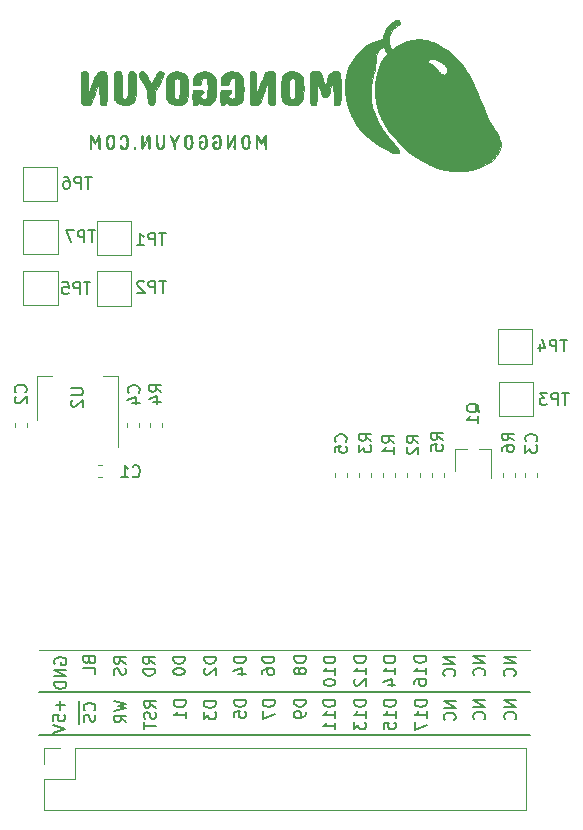
<source format=gbr>
G04 #@! TF.GenerationSoftware,KiCad,Pcbnew,(5.1.4)-1*
G04 #@! TF.CreationDate,2019-11-26T18:47:21+08:00*
G04 #@! TF.ProjectId,TFT8K3548FPC-A1-E-DIP,54465438-4b33-4353-9438-4650432d4131,rev?*
G04 #@! TF.SameCoordinates,Original*
G04 #@! TF.FileFunction,Legend,Bot*
G04 #@! TF.FilePolarity,Positive*
%FSLAX46Y46*%
G04 Gerber Fmt 4.6, Leading zero omitted, Abs format (unit mm)*
G04 Created by KiCad (PCBNEW (5.1.4)-1) date 2019-11-26 18:47:21*
%MOMM*%
%LPD*%
G04 APERTURE LIST*
%ADD10C,0.130000*%
%ADD11C,0.120000*%
%ADD12C,0.150000*%
%ADD13C,0.010000*%
G04 APERTURE END LIST*
D10*
X145780000Y-112190000D02*
X104180000Y-112190000D01*
D11*
X145800000Y-104980000D02*
X104200000Y-104980000D01*
D12*
X119172380Y-109291904D02*
X118172380Y-109291904D01*
X118172380Y-109530000D01*
X118220000Y-109672857D01*
X118315238Y-109768095D01*
X118410476Y-109815714D01*
X118600952Y-109863333D01*
X118743809Y-109863333D01*
X118934285Y-109815714D01*
X119029523Y-109768095D01*
X119124761Y-109672857D01*
X119172380Y-109530000D01*
X119172380Y-109291904D01*
X118172380Y-110196666D02*
X118172380Y-110815714D01*
X118553333Y-110482380D01*
X118553333Y-110625238D01*
X118600952Y-110720476D01*
X118648571Y-110768095D01*
X118743809Y-110815714D01*
X118981904Y-110815714D01*
X119077142Y-110768095D01*
X119124761Y-110720476D01*
X119172380Y-110625238D01*
X119172380Y-110339523D01*
X119124761Y-110244285D01*
X119077142Y-110196666D01*
X124132380Y-105531904D02*
X123132380Y-105531904D01*
X123132380Y-105770000D01*
X123180000Y-105912857D01*
X123275238Y-106008095D01*
X123370476Y-106055714D01*
X123560952Y-106103333D01*
X123703809Y-106103333D01*
X123894285Y-106055714D01*
X123989523Y-106008095D01*
X124084761Y-105912857D01*
X124132380Y-105770000D01*
X124132380Y-105531904D01*
X123132380Y-106960476D02*
X123132380Y-106770000D01*
X123180000Y-106674761D01*
X123227619Y-106627142D01*
X123370476Y-106531904D01*
X123560952Y-106484285D01*
X123941904Y-106484285D01*
X124037142Y-106531904D01*
X124084761Y-106579523D01*
X124132380Y-106674761D01*
X124132380Y-106865238D01*
X124084761Y-106960476D01*
X124037142Y-107008095D01*
X123941904Y-107055714D01*
X123703809Y-107055714D01*
X123608571Y-107008095D01*
X123560952Y-106960476D01*
X123513333Y-106865238D01*
X123513333Y-106674761D01*
X123560952Y-106579523D01*
X123608571Y-106531904D01*
X123703809Y-106484285D01*
X107625000Y-109263809D02*
X107625000Y-110263809D01*
X108897142Y-110073333D02*
X108944761Y-110025714D01*
X108992380Y-109882857D01*
X108992380Y-109787619D01*
X108944761Y-109644761D01*
X108849523Y-109549523D01*
X108754285Y-109501904D01*
X108563809Y-109454285D01*
X108420952Y-109454285D01*
X108230476Y-109501904D01*
X108135238Y-109549523D01*
X108040000Y-109644761D01*
X107992380Y-109787619D01*
X107992380Y-109882857D01*
X108040000Y-110025714D01*
X108087619Y-110073333D01*
X107625000Y-110263809D02*
X107625000Y-111216190D01*
X108944761Y-110454285D02*
X108992380Y-110597142D01*
X108992380Y-110835238D01*
X108944761Y-110930476D01*
X108897142Y-110978095D01*
X108801904Y-111025714D01*
X108706666Y-111025714D01*
X108611428Y-110978095D01*
X108563809Y-110930476D01*
X108516190Y-110835238D01*
X108468571Y-110644761D01*
X108420952Y-110549523D01*
X108373333Y-110501904D01*
X108278095Y-110454285D01*
X108182857Y-110454285D01*
X108087619Y-110501904D01*
X108040000Y-110549523D01*
X107992380Y-110644761D01*
X107992380Y-110882857D01*
X108040000Y-111025714D01*
X114102380Y-109832380D02*
X113626190Y-109499047D01*
X114102380Y-109260952D02*
X113102380Y-109260952D01*
X113102380Y-109641904D01*
X113150000Y-109737142D01*
X113197619Y-109784761D01*
X113292857Y-109832380D01*
X113435714Y-109832380D01*
X113530952Y-109784761D01*
X113578571Y-109737142D01*
X113626190Y-109641904D01*
X113626190Y-109260952D01*
X114054761Y-110213333D02*
X114102380Y-110356190D01*
X114102380Y-110594285D01*
X114054761Y-110689523D01*
X114007142Y-110737142D01*
X113911904Y-110784761D01*
X113816666Y-110784761D01*
X113721428Y-110737142D01*
X113673809Y-110689523D01*
X113626190Y-110594285D01*
X113578571Y-110403809D01*
X113530952Y-110308571D01*
X113483333Y-110260952D01*
X113388095Y-110213333D01*
X113292857Y-110213333D01*
X113197619Y-110260952D01*
X113150000Y-110308571D01*
X113102380Y-110403809D01*
X113102380Y-110641904D01*
X113150000Y-110784761D01*
X113102380Y-111070476D02*
X113102380Y-111641904D01*
X114102380Y-111356190D02*
X113102380Y-111356190D01*
X116562380Y-105551904D02*
X115562380Y-105551904D01*
X115562380Y-105790000D01*
X115610000Y-105932857D01*
X115705238Y-106028095D01*
X115800476Y-106075714D01*
X115990952Y-106123333D01*
X116133809Y-106123333D01*
X116324285Y-106075714D01*
X116419523Y-106028095D01*
X116514761Y-105932857D01*
X116562380Y-105790000D01*
X116562380Y-105551904D01*
X115562380Y-106742380D02*
X115562380Y-106837619D01*
X115610000Y-106932857D01*
X115657619Y-106980476D01*
X115752857Y-107028095D01*
X115943333Y-107075714D01*
X116181428Y-107075714D01*
X116371904Y-107028095D01*
X116467142Y-106980476D01*
X116514761Y-106932857D01*
X116562380Y-106837619D01*
X116562380Y-106742380D01*
X116514761Y-106647142D01*
X116467142Y-106599523D01*
X116371904Y-106551904D01*
X116181428Y-106504285D01*
X115943333Y-106504285D01*
X115752857Y-106551904D01*
X115657619Y-106599523D01*
X115610000Y-106647142D01*
X115562380Y-106742380D01*
X110592380Y-109271428D02*
X111592380Y-109509523D01*
X110878095Y-109700000D01*
X111592380Y-109890476D01*
X110592380Y-110128571D01*
X111592380Y-111080952D02*
X111116190Y-110747619D01*
X111592380Y-110509523D02*
X110592380Y-110509523D01*
X110592380Y-110890476D01*
X110640000Y-110985714D01*
X110687619Y-111033333D01*
X110782857Y-111080952D01*
X110925714Y-111080952D01*
X111020952Y-111033333D01*
X111068571Y-110985714D01*
X111116190Y-110890476D01*
X111116190Y-110509523D01*
X114042380Y-106129523D02*
X113566190Y-105796190D01*
X114042380Y-105558095D02*
X113042380Y-105558095D01*
X113042380Y-105939047D01*
X113090000Y-106034285D01*
X113137619Y-106081904D01*
X113232857Y-106129523D01*
X113375714Y-106129523D01*
X113470952Y-106081904D01*
X113518571Y-106034285D01*
X113566190Y-105939047D01*
X113566190Y-105558095D01*
X114042380Y-106558095D02*
X113042380Y-106558095D01*
X113042380Y-106796190D01*
X113090000Y-106939047D01*
X113185238Y-107034285D01*
X113280476Y-107081904D01*
X113470952Y-107129523D01*
X113613809Y-107129523D01*
X113804285Y-107081904D01*
X113899523Y-107034285D01*
X113994761Y-106939047D01*
X114042380Y-106796190D01*
X114042380Y-106558095D01*
X111552380Y-106113333D02*
X111076190Y-105780000D01*
X111552380Y-105541904D02*
X110552380Y-105541904D01*
X110552380Y-105922857D01*
X110600000Y-106018095D01*
X110647619Y-106065714D01*
X110742857Y-106113333D01*
X110885714Y-106113333D01*
X110980952Y-106065714D01*
X111028571Y-106018095D01*
X111076190Y-105922857D01*
X111076190Y-105541904D01*
X111504761Y-106494285D02*
X111552380Y-106637142D01*
X111552380Y-106875238D01*
X111504761Y-106970476D01*
X111457142Y-107018095D01*
X111361904Y-107065714D01*
X111266666Y-107065714D01*
X111171428Y-107018095D01*
X111123809Y-106970476D01*
X111076190Y-106875238D01*
X111028571Y-106684761D01*
X110980952Y-106589523D01*
X110933333Y-106541904D01*
X110838095Y-106494285D01*
X110742857Y-106494285D01*
X110647619Y-106541904D01*
X110600000Y-106589523D01*
X110552380Y-106684761D01*
X110552380Y-106922857D01*
X110600000Y-107065714D01*
X116622380Y-109231904D02*
X115622380Y-109231904D01*
X115622380Y-109470000D01*
X115670000Y-109612857D01*
X115765238Y-109708095D01*
X115860476Y-109755714D01*
X116050952Y-109803333D01*
X116193809Y-109803333D01*
X116384285Y-109755714D01*
X116479523Y-109708095D01*
X116574761Y-109612857D01*
X116622380Y-109470000D01*
X116622380Y-109231904D01*
X116622380Y-110755714D02*
X116622380Y-110184285D01*
X116622380Y-110470000D02*
X115622380Y-110470000D01*
X115765238Y-110374761D01*
X115860476Y-110279523D01*
X115908095Y-110184285D01*
X119192380Y-105551904D02*
X118192380Y-105551904D01*
X118192380Y-105790000D01*
X118240000Y-105932857D01*
X118335238Y-106028095D01*
X118430476Y-106075714D01*
X118620952Y-106123333D01*
X118763809Y-106123333D01*
X118954285Y-106075714D01*
X119049523Y-106028095D01*
X119144761Y-105932857D01*
X119192380Y-105790000D01*
X119192380Y-105551904D01*
X118287619Y-106504285D02*
X118240000Y-106551904D01*
X118192380Y-106647142D01*
X118192380Y-106885238D01*
X118240000Y-106980476D01*
X118287619Y-107028095D01*
X118382857Y-107075714D01*
X118478095Y-107075714D01*
X118620952Y-107028095D01*
X119192380Y-106456666D01*
X119192380Y-107075714D01*
X121702380Y-105531904D02*
X120702380Y-105531904D01*
X120702380Y-105770000D01*
X120750000Y-105912857D01*
X120845238Y-106008095D01*
X120940476Y-106055714D01*
X121130952Y-106103333D01*
X121273809Y-106103333D01*
X121464285Y-106055714D01*
X121559523Y-106008095D01*
X121654761Y-105912857D01*
X121702380Y-105770000D01*
X121702380Y-105531904D01*
X121035714Y-106960476D02*
X121702380Y-106960476D01*
X120654761Y-106722380D02*
X121369047Y-106484285D01*
X121369047Y-107103333D01*
X121732380Y-109201904D02*
X120732380Y-109201904D01*
X120732380Y-109440000D01*
X120780000Y-109582857D01*
X120875238Y-109678095D01*
X120970476Y-109725714D01*
X121160952Y-109773333D01*
X121303809Y-109773333D01*
X121494285Y-109725714D01*
X121589523Y-109678095D01*
X121684761Y-109582857D01*
X121732380Y-109440000D01*
X121732380Y-109201904D01*
X120732380Y-110678095D02*
X120732380Y-110201904D01*
X121208571Y-110154285D01*
X121160952Y-110201904D01*
X121113333Y-110297142D01*
X121113333Y-110535238D01*
X121160952Y-110630476D01*
X121208571Y-110678095D01*
X121303809Y-110725714D01*
X121541904Y-110725714D01*
X121637142Y-110678095D01*
X121684761Y-110630476D01*
X121732380Y-110535238D01*
X121732380Y-110297142D01*
X121684761Y-110201904D01*
X121637142Y-110154285D01*
X124152380Y-109221904D02*
X123152380Y-109221904D01*
X123152380Y-109460000D01*
X123200000Y-109602857D01*
X123295238Y-109698095D01*
X123390476Y-109745714D01*
X123580952Y-109793333D01*
X123723809Y-109793333D01*
X123914285Y-109745714D01*
X124009523Y-109698095D01*
X124104761Y-109602857D01*
X124152380Y-109460000D01*
X124152380Y-109221904D01*
X123152380Y-110126666D02*
X123152380Y-110793333D01*
X124152380Y-110364761D01*
X126812380Y-105511904D02*
X125812380Y-105511904D01*
X125812380Y-105750000D01*
X125860000Y-105892857D01*
X125955238Y-105988095D01*
X126050476Y-106035714D01*
X126240952Y-106083333D01*
X126383809Y-106083333D01*
X126574285Y-106035714D01*
X126669523Y-105988095D01*
X126764761Y-105892857D01*
X126812380Y-105750000D01*
X126812380Y-105511904D01*
X126240952Y-106654761D02*
X126193333Y-106559523D01*
X126145714Y-106511904D01*
X126050476Y-106464285D01*
X126002857Y-106464285D01*
X125907619Y-106511904D01*
X125860000Y-106559523D01*
X125812380Y-106654761D01*
X125812380Y-106845238D01*
X125860000Y-106940476D01*
X125907619Y-106988095D01*
X126002857Y-107035714D01*
X126050476Y-107035714D01*
X126145714Y-106988095D01*
X126193333Y-106940476D01*
X126240952Y-106845238D01*
X126240952Y-106654761D01*
X126288571Y-106559523D01*
X126336190Y-106511904D01*
X126431428Y-106464285D01*
X126621904Y-106464285D01*
X126717142Y-106511904D01*
X126764761Y-106559523D01*
X126812380Y-106654761D01*
X126812380Y-106845238D01*
X126764761Y-106940476D01*
X126717142Y-106988095D01*
X126621904Y-107035714D01*
X126431428Y-107035714D01*
X126336190Y-106988095D01*
X126288571Y-106940476D01*
X126240952Y-106845238D01*
X126792380Y-109181904D02*
X125792380Y-109181904D01*
X125792380Y-109420000D01*
X125840000Y-109562857D01*
X125935238Y-109658095D01*
X126030476Y-109705714D01*
X126220952Y-109753333D01*
X126363809Y-109753333D01*
X126554285Y-109705714D01*
X126649523Y-109658095D01*
X126744761Y-109562857D01*
X126792380Y-109420000D01*
X126792380Y-109181904D01*
X126792380Y-110229523D02*
X126792380Y-110420000D01*
X126744761Y-110515238D01*
X126697142Y-110562857D01*
X126554285Y-110658095D01*
X126363809Y-110705714D01*
X125982857Y-110705714D01*
X125887619Y-110658095D01*
X125840000Y-110610476D01*
X125792380Y-110515238D01*
X125792380Y-110324761D01*
X125840000Y-110229523D01*
X125887619Y-110181904D01*
X125982857Y-110134285D01*
X126220952Y-110134285D01*
X126316190Y-110181904D01*
X126363809Y-110229523D01*
X126411428Y-110324761D01*
X126411428Y-110515238D01*
X126363809Y-110610476D01*
X126316190Y-110658095D01*
X126220952Y-110705714D01*
X129312380Y-105515714D02*
X128312380Y-105515714D01*
X128312380Y-105753809D01*
X128360000Y-105896666D01*
X128455238Y-105991904D01*
X128550476Y-106039523D01*
X128740952Y-106087142D01*
X128883809Y-106087142D01*
X129074285Y-106039523D01*
X129169523Y-105991904D01*
X129264761Y-105896666D01*
X129312380Y-105753809D01*
X129312380Y-105515714D01*
X129312380Y-107039523D02*
X129312380Y-106468095D01*
X129312380Y-106753809D02*
X128312380Y-106753809D01*
X128455238Y-106658571D01*
X128550476Y-106563333D01*
X128598095Y-106468095D01*
X128312380Y-107658571D02*
X128312380Y-107753809D01*
X128360000Y-107849047D01*
X128407619Y-107896666D01*
X128502857Y-107944285D01*
X128693333Y-107991904D01*
X128931428Y-107991904D01*
X129121904Y-107944285D01*
X129217142Y-107896666D01*
X129264761Y-107849047D01*
X129312380Y-107753809D01*
X129312380Y-107658571D01*
X129264761Y-107563333D01*
X129217142Y-107515714D01*
X129121904Y-107468095D01*
X128931428Y-107420476D01*
X128693333Y-107420476D01*
X128502857Y-107468095D01*
X128407619Y-107515714D01*
X128360000Y-107563333D01*
X128312380Y-107658571D01*
X129292380Y-109215714D02*
X128292380Y-109215714D01*
X128292380Y-109453809D01*
X128340000Y-109596666D01*
X128435238Y-109691904D01*
X128530476Y-109739523D01*
X128720952Y-109787142D01*
X128863809Y-109787142D01*
X129054285Y-109739523D01*
X129149523Y-109691904D01*
X129244761Y-109596666D01*
X129292380Y-109453809D01*
X129292380Y-109215714D01*
X129292380Y-110739523D02*
X129292380Y-110168095D01*
X129292380Y-110453809D02*
X128292380Y-110453809D01*
X128435238Y-110358571D01*
X128530476Y-110263333D01*
X128578095Y-110168095D01*
X129292380Y-111691904D02*
X129292380Y-111120476D01*
X129292380Y-111406190D02*
X128292380Y-111406190D01*
X128435238Y-111310952D01*
X128530476Y-111215714D01*
X128578095Y-111120476D01*
X131892380Y-105505714D02*
X130892380Y-105505714D01*
X130892380Y-105743809D01*
X130940000Y-105886666D01*
X131035238Y-105981904D01*
X131130476Y-106029523D01*
X131320952Y-106077142D01*
X131463809Y-106077142D01*
X131654285Y-106029523D01*
X131749523Y-105981904D01*
X131844761Y-105886666D01*
X131892380Y-105743809D01*
X131892380Y-105505714D01*
X131892380Y-107029523D02*
X131892380Y-106458095D01*
X131892380Y-106743809D02*
X130892380Y-106743809D01*
X131035238Y-106648571D01*
X131130476Y-106553333D01*
X131178095Y-106458095D01*
X130987619Y-107410476D02*
X130940000Y-107458095D01*
X130892380Y-107553333D01*
X130892380Y-107791428D01*
X130940000Y-107886666D01*
X130987619Y-107934285D01*
X131082857Y-107981904D01*
X131178095Y-107981904D01*
X131320952Y-107934285D01*
X131892380Y-107362857D01*
X131892380Y-107981904D01*
X131882380Y-109205714D02*
X130882380Y-109205714D01*
X130882380Y-109443809D01*
X130930000Y-109586666D01*
X131025238Y-109681904D01*
X131120476Y-109729523D01*
X131310952Y-109777142D01*
X131453809Y-109777142D01*
X131644285Y-109729523D01*
X131739523Y-109681904D01*
X131834761Y-109586666D01*
X131882380Y-109443809D01*
X131882380Y-109205714D01*
X131882380Y-110729523D02*
X131882380Y-110158095D01*
X131882380Y-110443809D02*
X130882380Y-110443809D01*
X131025238Y-110348571D01*
X131120476Y-110253333D01*
X131168095Y-110158095D01*
X130882380Y-111062857D02*
X130882380Y-111681904D01*
X131263333Y-111348571D01*
X131263333Y-111491428D01*
X131310952Y-111586666D01*
X131358571Y-111634285D01*
X131453809Y-111681904D01*
X131691904Y-111681904D01*
X131787142Y-111634285D01*
X131834761Y-111586666D01*
X131882380Y-111491428D01*
X131882380Y-111205714D01*
X131834761Y-111110476D01*
X131787142Y-111062857D01*
X134392380Y-105505714D02*
X133392380Y-105505714D01*
X133392380Y-105743809D01*
X133440000Y-105886666D01*
X133535238Y-105981904D01*
X133630476Y-106029523D01*
X133820952Y-106077142D01*
X133963809Y-106077142D01*
X134154285Y-106029523D01*
X134249523Y-105981904D01*
X134344761Y-105886666D01*
X134392380Y-105743809D01*
X134392380Y-105505714D01*
X134392380Y-107029523D02*
X134392380Y-106458095D01*
X134392380Y-106743809D02*
X133392380Y-106743809D01*
X133535238Y-106648571D01*
X133630476Y-106553333D01*
X133678095Y-106458095D01*
X133725714Y-107886666D02*
X134392380Y-107886666D01*
X133344761Y-107648571D02*
X134059047Y-107410476D01*
X134059047Y-108029523D01*
X134402380Y-109215714D02*
X133402380Y-109215714D01*
X133402380Y-109453809D01*
X133450000Y-109596666D01*
X133545238Y-109691904D01*
X133640476Y-109739523D01*
X133830952Y-109787142D01*
X133973809Y-109787142D01*
X134164285Y-109739523D01*
X134259523Y-109691904D01*
X134354761Y-109596666D01*
X134402380Y-109453809D01*
X134402380Y-109215714D01*
X134402380Y-110739523D02*
X134402380Y-110168095D01*
X134402380Y-110453809D02*
X133402380Y-110453809D01*
X133545238Y-110358571D01*
X133640476Y-110263333D01*
X133688095Y-110168095D01*
X133402380Y-111644285D02*
X133402380Y-111168095D01*
X133878571Y-111120476D01*
X133830952Y-111168095D01*
X133783333Y-111263333D01*
X133783333Y-111501428D01*
X133830952Y-111596666D01*
X133878571Y-111644285D01*
X133973809Y-111691904D01*
X134211904Y-111691904D01*
X134307142Y-111644285D01*
X134354761Y-111596666D01*
X134402380Y-111501428D01*
X134402380Y-111263333D01*
X134354761Y-111168095D01*
X134307142Y-111120476D01*
X136992380Y-105495714D02*
X135992380Y-105495714D01*
X135992380Y-105733809D01*
X136040000Y-105876666D01*
X136135238Y-105971904D01*
X136230476Y-106019523D01*
X136420952Y-106067142D01*
X136563809Y-106067142D01*
X136754285Y-106019523D01*
X136849523Y-105971904D01*
X136944761Y-105876666D01*
X136992380Y-105733809D01*
X136992380Y-105495714D01*
X136992380Y-107019523D02*
X136992380Y-106448095D01*
X136992380Y-106733809D02*
X135992380Y-106733809D01*
X136135238Y-106638571D01*
X136230476Y-106543333D01*
X136278095Y-106448095D01*
X135992380Y-107876666D02*
X135992380Y-107686190D01*
X136040000Y-107590952D01*
X136087619Y-107543333D01*
X136230476Y-107448095D01*
X136420952Y-107400476D01*
X136801904Y-107400476D01*
X136897142Y-107448095D01*
X136944761Y-107495714D01*
X136992380Y-107590952D01*
X136992380Y-107781428D01*
X136944761Y-107876666D01*
X136897142Y-107924285D01*
X136801904Y-107971904D01*
X136563809Y-107971904D01*
X136468571Y-107924285D01*
X136420952Y-107876666D01*
X136373333Y-107781428D01*
X136373333Y-107590952D01*
X136420952Y-107495714D01*
X136468571Y-107448095D01*
X136563809Y-107400476D01*
X137022380Y-109215714D02*
X136022380Y-109215714D01*
X136022380Y-109453809D01*
X136070000Y-109596666D01*
X136165238Y-109691904D01*
X136260476Y-109739523D01*
X136450952Y-109787142D01*
X136593809Y-109787142D01*
X136784285Y-109739523D01*
X136879523Y-109691904D01*
X136974761Y-109596666D01*
X137022380Y-109453809D01*
X137022380Y-109215714D01*
X137022380Y-110739523D02*
X137022380Y-110168095D01*
X137022380Y-110453809D02*
X136022380Y-110453809D01*
X136165238Y-110358571D01*
X136260476Y-110263333D01*
X136308095Y-110168095D01*
X136022380Y-111072857D02*
X136022380Y-111739523D01*
X137022380Y-111310952D01*
X105570000Y-106148095D02*
X105522380Y-106052857D01*
X105522380Y-105910000D01*
X105570000Y-105767142D01*
X105665238Y-105671904D01*
X105760476Y-105624285D01*
X105950952Y-105576666D01*
X106093809Y-105576666D01*
X106284285Y-105624285D01*
X106379523Y-105671904D01*
X106474761Y-105767142D01*
X106522380Y-105910000D01*
X106522380Y-106005238D01*
X106474761Y-106148095D01*
X106427142Y-106195714D01*
X106093809Y-106195714D01*
X106093809Y-106005238D01*
X106522380Y-106624285D02*
X105522380Y-106624285D01*
X106522380Y-107195714D01*
X105522380Y-107195714D01*
X106522380Y-107671904D02*
X105522380Y-107671904D01*
X105522380Y-107910000D01*
X105570000Y-108052857D01*
X105665238Y-108148095D01*
X105760476Y-108195714D01*
X105950952Y-108243333D01*
X106093809Y-108243333D01*
X106284285Y-108195714D01*
X106379523Y-108148095D01*
X106474761Y-108052857D01*
X106522380Y-107910000D01*
X106522380Y-107671904D01*
X139452380Y-105544285D02*
X138452380Y-105544285D01*
X139452380Y-106115714D01*
X138452380Y-106115714D01*
X139357142Y-107163333D02*
X139404761Y-107115714D01*
X139452380Y-106972857D01*
X139452380Y-106877619D01*
X139404761Y-106734761D01*
X139309523Y-106639523D01*
X139214285Y-106591904D01*
X139023809Y-106544285D01*
X138880952Y-106544285D01*
X138690476Y-106591904D01*
X138595238Y-106639523D01*
X138500000Y-106734761D01*
X138452380Y-106877619D01*
X138452380Y-106972857D01*
X138500000Y-107115714D01*
X138547619Y-107163333D01*
X139482380Y-109274285D02*
X138482380Y-109274285D01*
X139482380Y-109845714D01*
X138482380Y-109845714D01*
X139387142Y-110893333D02*
X139434761Y-110845714D01*
X139482380Y-110702857D01*
X139482380Y-110607619D01*
X139434761Y-110464761D01*
X139339523Y-110369523D01*
X139244285Y-110321904D01*
X139053809Y-110274285D01*
X138910952Y-110274285D01*
X138720476Y-110321904D01*
X138625238Y-110369523D01*
X138530000Y-110464761D01*
X138482380Y-110607619D01*
X138482380Y-110702857D01*
X138530000Y-110845714D01*
X138577619Y-110893333D01*
X141982380Y-109204285D02*
X140982380Y-109204285D01*
X141982380Y-109775714D01*
X140982380Y-109775714D01*
X141887142Y-110823333D02*
X141934761Y-110775714D01*
X141982380Y-110632857D01*
X141982380Y-110537619D01*
X141934761Y-110394761D01*
X141839523Y-110299523D01*
X141744285Y-110251904D01*
X141553809Y-110204285D01*
X141410952Y-110204285D01*
X141220476Y-110251904D01*
X141125238Y-110299523D01*
X141030000Y-110394761D01*
X140982380Y-110537619D01*
X140982380Y-110632857D01*
X141030000Y-110775714D01*
X141077619Y-110823333D01*
X141982380Y-105494285D02*
X140982380Y-105494285D01*
X141982380Y-106065714D01*
X140982380Y-106065714D01*
X141887142Y-107113333D02*
X141934761Y-107065714D01*
X141982380Y-106922857D01*
X141982380Y-106827619D01*
X141934761Y-106684761D01*
X141839523Y-106589523D01*
X141744285Y-106541904D01*
X141553809Y-106494285D01*
X141410952Y-106494285D01*
X141220476Y-106541904D01*
X141125238Y-106589523D01*
X141030000Y-106684761D01*
X140982380Y-106827619D01*
X140982380Y-106922857D01*
X141030000Y-107065714D01*
X141077619Y-107113333D01*
X144562380Y-105534285D02*
X143562380Y-105534285D01*
X144562380Y-106105714D01*
X143562380Y-106105714D01*
X144467142Y-107153333D02*
X144514761Y-107105714D01*
X144562380Y-106962857D01*
X144562380Y-106867619D01*
X144514761Y-106724761D01*
X144419523Y-106629523D01*
X144324285Y-106581904D01*
X144133809Y-106534285D01*
X143990952Y-106534285D01*
X143800476Y-106581904D01*
X143705238Y-106629523D01*
X143610000Y-106724761D01*
X143562380Y-106867619D01*
X143562380Y-106962857D01*
X143610000Y-107105714D01*
X143657619Y-107153333D01*
X108448571Y-105846666D02*
X108496190Y-105989523D01*
X108543809Y-106037142D01*
X108639047Y-106084761D01*
X108781904Y-106084761D01*
X108877142Y-106037142D01*
X108924761Y-105989523D01*
X108972380Y-105894285D01*
X108972380Y-105513333D01*
X107972380Y-105513333D01*
X107972380Y-105846666D01*
X108020000Y-105941904D01*
X108067619Y-105989523D01*
X108162857Y-106037142D01*
X108258095Y-106037142D01*
X108353333Y-105989523D01*
X108400952Y-105941904D01*
X108448571Y-105846666D01*
X108448571Y-105513333D01*
X108972380Y-106989523D02*
X108972380Y-106513333D01*
X107972380Y-106513333D01*
D10*
X145800000Y-108510000D02*
X104200000Y-108510000D01*
D12*
X106031428Y-109244285D02*
X106031428Y-110006190D01*
X106412380Y-109625238D02*
X105650476Y-109625238D01*
X105412380Y-110958571D02*
X105412380Y-110482380D01*
X105888571Y-110434761D01*
X105840952Y-110482380D01*
X105793333Y-110577619D01*
X105793333Y-110815714D01*
X105840952Y-110910952D01*
X105888571Y-110958571D01*
X105983809Y-111006190D01*
X106221904Y-111006190D01*
X106317142Y-110958571D01*
X106364761Y-110910952D01*
X106412380Y-110815714D01*
X106412380Y-110577619D01*
X106364761Y-110482380D01*
X106317142Y-110434761D01*
X105412380Y-111291904D02*
X106412380Y-111625238D01*
X105412380Y-111958571D01*
X144612380Y-109196285D02*
X143612380Y-109196285D01*
X144612380Y-109767714D01*
X143612380Y-109767714D01*
X144517142Y-110815333D02*
X144564761Y-110767714D01*
X144612380Y-110624857D01*
X144612380Y-110529619D01*
X144564761Y-110386761D01*
X144469523Y-110291523D01*
X144374285Y-110243904D01*
X144183809Y-110196285D01*
X144040952Y-110196285D01*
X143850476Y-110243904D01*
X143755238Y-110291523D01*
X143660000Y-110386761D01*
X143612380Y-110529619D01*
X143612380Y-110624857D01*
X143660000Y-110767714D01*
X143707619Y-110815333D01*
D13*
G36*
X134398506Y-51659674D02*
G01*
X134206771Y-51769685D01*
X134144689Y-51808801D01*
X133838176Y-52063124D01*
X133593254Y-52390290D01*
X133419475Y-52775880D01*
X133361032Y-52991711D01*
X133307617Y-53240778D01*
X132982618Y-53320980D01*
X132469288Y-53498327D01*
X131980059Y-53765870D01*
X131526333Y-54113005D01*
X131119511Y-54529124D01*
X130770995Y-55003621D01*
X130492185Y-55525890D01*
X130417181Y-55707533D01*
X130230422Y-56332793D01*
X130133848Y-56987786D01*
X130125456Y-57659530D01*
X130203248Y-58335044D01*
X130365221Y-59001348D01*
X130609376Y-59645459D01*
X130933710Y-60254398D01*
X131172178Y-60605874D01*
X131670457Y-61196291D01*
X132244305Y-61731549D01*
X132877324Y-62198757D01*
X133553120Y-62585025D01*
X133879436Y-62734345D01*
X134163434Y-62844549D01*
X134375249Y-62902779D01*
X134528640Y-62911257D01*
X134637365Y-62872202D01*
X134654340Y-62859399D01*
X134721100Y-62771260D01*
X134720124Y-62663317D01*
X134646963Y-62523435D01*
X134497170Y-62339476D01*
X134441721Y-62279303D01*
X133856838Y-61605590D01*
X133356627Y-60922503D01*
X132945185Y-60236734D01*
X132626609Y-59554975D01*
X132438235Y-59006038D01*
X132393281Y-58832555D01*
X132361807Y-58663519D01*
X132341548Y-58474791D01*
X132330239Y-58242233D01*
X132325616Y-57941707D01*
X132325136Y-57800600D01*
X132325800Y-57488916D01*
X132331129Y-57250066D01*
X132344777Y-57055291D01*
X132370394Y-56875829D01*
X132411633Y-56682920D01*
X132472145Y-56447803D01*
X132518652Y-56276600D01*
X132626602Y-55847346D01*
X132698413Y-55472481D01*
X132740902Y-55114324D01*
X132749002Y-55003693D01*
X132779495Y-54675102D01*
X132828510Y-54428800D01*
X132904261Y-54245999D01*
X133014958Y-54107912D01*
X133168813Y-53995752D01*
X133196552Y-53979761D01*
X133389723Y-53871193D01*
X133532929Y-54176005D01*
X133608072Y-54342565D01*
X133641718Y-54446920D01*
X133638174Y-54517553D01*
X133601747Y-54582948D01*
X133595726Y-54591308D01*
X133203938Y-55206594D01*
X132911517Y-55839879D01*
X132718283Y-56492451D01*
X132624055Y-57165600D01*
X132628654Y-57860614D01*
X132731899Y-58578783D01*
X132933612Y-59321396D01*
X132934677Y-59324600D01*
X133168391Y-59896656D01*
X133488358Y-60481828D01*
X133882754Y-61066711D01*
X134339755Y-61637896D01*
X134847537Y-62181977D01*
X135394275Y-62685545D01*
X135968147Y-63135195D01*
X136557328Y-63517519D01*
X136706539Y-63601505D01*
X137298115Y-63884833D01*
X137924328Y-64113229D01*
X138564246Y-64281988D01*
X139196936Y-64386403D01*
X139801465Y-64421769D01*
X140247400Y-64397563D01*
X140848965Y-64298545D01*
X141412150Y-64144507D01*
X141917011Y-63941886D01*
X142274757Y-63743180D01*
X142645571Y-63455671D01*
X142944115Y-63123911D01*
X143159252Y-62761792D01*
X143244209Y-62533863D01*
X143296712Y-62296449D01*
X143306787Y-62069740D01*
X143269716Y-61837539D01*
X143180783Y-61583646D01*
X143035270Y-61291865D01*
X142828458Y-60945998D01*
X142742854Y-60812455D01*
X142702242Y-60747000D01*
X141288800Y-60747000D01*
X141263400Y-60772400D01*
X141238000Y-60747000D01*
X141263400Y-60721600D01*
X141288800Y-60747000D01*
X142702242Y-60747000D01*
X142538570Y-60483211D01*
X142352954Y-60149603D01*
X142172713Y-59785449D01*
X141984556Y-59364565D01*
X141871466Y-59096000D01*
X141649141Y-58560257D01*
X141460647Y-58108992D01*
X141362659Y-57876800D01*
X140476000Y-57876800D01*
X140457414Y-57918614D01*
X140442134Y-57910666D01*
X140436054Y-57850378D01*
X140442134Y-57842933D01*
X140472334Y-57849906D01*
X140476000Y-57876800D01*
X141362659Y-57876800D01*
X141301753Y-57732481D01*
X141168230Y-57420998D01*
X141055845Y-57164821D01*
X141021653Y-57089400D01*
X140120400Y-57089400D01*
X140095000Y-57114800D01*
X140069600Y-57089400D01*
X140095000Y-57064000D01*
X140120400Y-57089400D01*
X141021653Y-57089400D01*
X140960369Y-56954224D01*
X140877570Y-56779485D01*
X140803219Y-56630879D01*
X140777440Y-56581400D01*
X140598275Y-56276600D01*
X138342400Y-56276600D01*
X138317000Y-56302000D01*
X138291600Y-56276600D01*
X138317000Y-56251200D01*
X138342400Y-56276600D01*
X140598275Y-56276600D01*
X140523622Y-56149600D01*
X138901200Y-56149600D01*
X138882614Y-56191414D01*
X138867334Y-56183466D01*
X138861254Y-56123178D01*
X138867334Y-56115733D01*
X138897534Y-56122706D01*
X138901200Y-56149600D01*
X140523622Y-56149600D01*
X140376770Y-55899773D01*
X140355305Y-55870200D01*
X139307600Y-55870200D01*
X139282200Y-55895600D01*
X139256800Y-55870200D01*
X139282200Y-55844800D01*
X139307600Y-55870200D01*
X140355305Y-55870200D01*
X140327081Y-55831314D01*
X138784844Y-55831314D01*
X138775993Y-55980113D01*
X138747449Y-56089691D01*
X138719372Y-56133979D01*
X138714077Y-56131809D01*
X138661144Y-56139335D01*
X138612124Y-56177419D01*
X138529108Y-56238477D01*
X138439352Y-56238798D01*
X138411922Y-56225800D01*
X138190000Y-56225800D01*
X138164600Y-56251200D01*
X138139200Y-56225800D01*
X138164600Y-56200400D01*
X138190000Y-56225800D01*
X138411922Y-56225800D01*
X138308907Y-56176986D01*
X138286739Y-56164047D01*
X138186601Y-56093330D01*
X138139686Y-56037424D01*
X138139200Y-56033623D01*
X138098830Y-56013457D01*
X138025299Y-56026504D01*
X137946833Y-56045733D01*
X137952616Y-56013918D01*
X137987199Y-55969616D01*
X138035286Y-55903496D01*
X138011474Y-55896985D01*
X137971462Y-55910906D01*
X137908616Y-55920029D01*
X137912317Y-55892822D01*
X137907941Y-55811251D01*
X137880510Y-55768600D01*
X137783600Y-55768600D01*
X137758200Y-55794000D01*
X137732800Y-55768600D01*
X137758200Y-55743200D01*
X137783600Y-55768600D01*
X137880510Y-55768600D01*
X137834156Y-55696530D01*
X137780799Y-55641600D01*
X137682000Y-55641600D01*
X137663414Y-55683414D01*
X137648134Y-55675466D01*
X137642054Y-55615178D01*
X137648134Y-55607733D01*
X137678334Y-55614706D01*
X137682000Y-55641600D01*
X137780799Y-55641600D01*
X137708835Y-55567515D01*
X137641240Y-55514600D01*
X137580400Y-55514600D01*
X137555000Y-55540000D01*
X137529600Y-55514600D01*
X137555000Y-55489200D01*
X137580400Y-55514600D01*
X137641240Y-55514600D01*
X137549852Y-55443061D01*
X137403186Y-55355744D01*
X137222597Y-55248280D01*
X137136745Y-55151661D01*
X137140926Y-55055888D01*
X137217971Y-54961980D01*
X137309505Y-54908077D01*
X137436225Y-54899426D01*
X137535131Y-54911776D01*
X137694509Y-54950090D01*
X137881385Y-55013350D01*
X138066153Y-55089157D01*
X138219205Y-55165116D01*
X138310933Y-55228829D01*
X138320304Y-55240545D01*
X138386454Y-55266175D01*
X138460577Y-55255338D01*
X138535825Y-55237295D01*
X138527751Y-55270088D01*
X138494800Y-55311400D01*
X138449373Y-55374245D01*
X138478646Y-55381717D01*
X138545600Y-55362200D01*
X138631667Y-55339734D01*
X138634646Y-55364777D01*
X138596002Y-55415183D01*
X138547733Y-55481396D01*
X138570214Y-55488428D01*
X138607474Y-55475529D01*
X138697145Y-55474110D01*
X138729623Y-55499267D01*
X138733401Y-55531668D01*
X138705850Y-55519450D01*
X138654163Y-55508183D01*
X138659460Y-55564004D01*
X138719608Y-55671372D01*
X138728468Y-55684219D01*
X138784844Y-55831314D01*
X140327081Y-55831314D01*
X139929604Y-55283705D01*
X139818101Y-55159000D01*
X138393200Y-55159000D01*
X138367800Y-55184400D01*
X138342400Y-55159000D01*
X138367800Y-55133600D01*
X138393200Y-55159000D01*
X139818101Y-55159000D01*
X139442525Y-54738957D01*
X138922118Y-54271293D01*
X138374967Y-53886477D01*
X137807654Y-53590272D01*
X137226765Y-53388442D01*
X137093155Y-53356246D01*
X136845060Y-53309296D01*
X136591084Y-53274102D01*
X136377533Y-53256795D01*
X136335800Y-53255981D01*
X135840491Y-53301324D01*
X135330771Y-53432583D01*
X134830540Y-53641573D01*
X134363699Y-53920109D01*
X134333341Y-53941675D01*
X134186912Y-54044242D01*
X134098714Y-54092985D01*
X134045376Y-54094606D01*
X134003523Y-54055805D01*
X133991473Y-54039696D01*
X133906501Y-53867446D01*
X133844752Y-53631474D01*
X133814942Y-53368617D01*
X133813546Y-53287925D01*
X133864028Y-52976894D01*
X134001805Y-52671978D01*
X134213519Y-52393126D01*
X134485812Y-52160285D01*
X134625608Y-52075262D01*
X134750878Y-51964157D01*
X134788209Y-51827126D01*
X134733148Y-51687736D01*
X134704848Y-51655704D01*
X134629758Y-51607545D01*
X134533573Y-51607248D01*
X134398506Y-51659674D01*
X134398506Y-51659674D01*
G37*
X134398506Y-51659674D02*
X134206771Y-51769685D01*
X134144689Y-51808801D01*
X133838176Y-52063124D01*
X133593254Y-52390290D01*
X133419475Y-52775880D01*
X133361032Y-52991711D01*
X133307617Y-53240778D01*
X132982618Y-53320980D01*
X132469288Y-53498327D01*
X131980059Y-53765870D01*
X131526333Y-54113005D01*
X131119511Y-54529124D01*
X130770995Y-55003621D01*
X130492185Y-55525890D01*
X130417181Y-55707533D01*
X130230422Y-56332793D01*
X130133848Y-56987786D01*
X130125456Y-57659530D01*
X130203248Y-58335044D01*
X130365221Y-59001348D01*
X130609376Y-59645459D01*
X130933710Y-60254398D01*
X131172178Y-60605874D01*
X131670457Y-61196291D01*
X132244305Y-61731549D01*
X132877324Y-62198757D01*
X133553120Y-62585025D01*
X133879436Y-62734345D01*
X134163434Y-62844549D01*
X134375249Y-62902779D01*
X134528640Y-62911257D01*
X134637365Y-62872202D01*
X134654340Y-62859399D01*
X134721100Y-62771260D01*
X134720124Y-62663317D01*
X134646963Y-62523435D01*
X134497170Y-62339476D01*
X134441721Y-62279303D01*
X133856838Y-61605590D01*
X133356627Y-60922503D01*
X132945185Y-60236734D01*
X132626609Y-59554975D01*
X132438235Y-59006038D01*
X132393281Y-58832555D01*
X132361807Y-58663519D01*
X132341548Y-58474791D01*
X132330239Y-58242233D01*
X132325616Y-57941707D01*
X132325136Y-57800600D01*
X132325800Y-57488916D01*
X132331129Y-57250066D01*
X132344777Y-57055291D01*
X132370394Y-56875829D01*
X132411633Y-56682920D01*
X132472145Y-56447803D01*
X132518652Y-56276600D01*
X132626602Y-55847346D01*
X132698413Y-55472481D01*
X132740902Y-55114324D01*
X132749002Y-55003693D01*
X132779495Y-54675102D01*
X132828510Y-54428800D01*
X132904261Y-54245999D01*
X133014958Y-54107912D01*
X133168813Y-53995752D01*
X133196552Y-53979761D01*
X133389723Y-53871193D01*
X133532929Y-54176005D01*
X133608072Y-54342565D01*
X133641718Y-54446920D01*
X133638174Y-54517553D01*
X133601747Y-54582948D01*
X133595726Y-54591308D01*
X133203938Y-55206594D01*
X132911517Y-55839879D01*
X132718283Y-56492451D01*
X132624055Y-57165600D01*
X132628654Y-57860614D01*
X132731899Y-58578783D01*
X132933612Y-59321396D01*
X132934677Y-59324600D01*
X133168391Y-59896656D01*
X133488358Y-60481828D01*
X133882754Y-61066711D01*
X134339755Y-61637896D01*
X134847537Y-62181977D01*
X135394275Y-62685545D01*
X135968147Y-63135195D01*
X136557328Y-63517519D01*
X136706539Y-63601505D01*
X137298115Y-63884833D01*
X137924328Y-64113229D01*
X138564246Y-64281988D01*
X139196936Y-64386403D01*
X139801465Y-64421769D01*
X140247400Y-64397563D01*
X140848965Y-64298545D01*
X141412150Y-64144507D01*
X141917011Y-63941886D01*
X142274757Y-63743180D01*
X142645571Y-63455671D01*
X142944115Y-63123911D01*
X143159252Y-62761792D01*
X143244209Y-62533863D01*
X143296712Y-62296449D01*
X143306787Y-62069740D01*
X143269716Y-61837539D01*
X143180783Y-61583646D01*
X143035270Y-61291865D01*
X142828458Y-60945998D01*
X142742854Y-60812455D01*
X142702242Y-60747000D01*
X141288800Y-60747000D01*
X141263400Y-60772400D01*
X141238000Y-60747000D01*
X141263400Y-60721600D01*
X141288800Y-60747000D01*
X142702242Y-60747000D01*
X142538570Y-60483211D01*
X142352954Y-60149603D01*
X142172713Y-59785449D01*
X141984556Y-59364565D01*
X141871466Y-59096000D01*
X141649141Y-58560257D01*
X141460647Y-58108992D01*
X141362659Y-57876800D01*
X140476000Y-57876800D01*
X140457414Y-57918614D01*
X140442134Y-57910666D01*
X140436054Y-57850378D01*
X140442134Y-57842933D01*
X140472334Y-57849906D01*
X140476000Y-57876800D01*
X141362659Y-57876800D01*
X141301753Y-57732481D01*
X141168230Y-57420998D01*
X141055845Y-57164821D01*
X141021653Y-57089400D01*
X140120400Y-57089400D01*
X140095000Y-57114800D01*
X140069600Y-57089400D01*
X140095000Y-57064000D01*
X140120400Y-57089400D01*
X141021653Y-57089400D01*
X140960369Y-56954224D01*
X140877570Y-56779485D01*
X140803219Y-56630879D01*
X140777440Y-56581400D01*
X140598275Y-56276600D01*
X138342400Y-56276600D01*
X138317000Y-56302000D01*
X138291600Y-56276600D01*
X138317000Y-56251200D01*
X138342400Y-56276600D01*
X140598275Y-56276600D01*
X140523622Y-56149600D01*
X138901200Y-56149600D01*
X138882614Y-56191414D01*
X138867334Y-56183466D01*
X138861254Y-56123178D01*
X138867334Y-56115733D01*
X138897534Y-56122706D01*
X138901200Y-56149600D01*
X140523622Y-56149600D01*
X140376770Y-55899773D01*
X140355305Y-55870200D01*
X139307600Y-55870200D01*
X139282200Y-55895600D01*
X139256800Y-55870200D01*
X139282200Y-55844800D01*
X139307600Y-55870200D01*
X140355305Y-55870200D01*
X140327081Y-55831314D01*
X138784844Y-55831314D01*
X138775993Y-55980113D01*
X138747449Y-56089691D01*
X138719372Y-56133979D01*
X138714077Y-56131809D01*
X138661144Y-56139335D01*
X138612124Y-56177419D01*
X138529108Y-56238477D01*
X138439352Y-56238798D01*
X138411922Y-56225800D01*
X138190000Y-56225800D01*
X138164600Y-56251200D01*
X138139200Y-56225800D01*
X138164600Y-56200400D01*
X138190000Y-56225800D01*
X138411922Y-56225800D01*
X138308907Y-56176986D01*
X138286739Y-56164047D01*
X138186601Y-56093330D01*
X138139686Y-56037424D01*
X138139200Y-56033623D01*
X138098830Y-56013457D01*
X138025299Y-56026504D01*
X137946833Y-56045733D01*
X137952616Y-56013918D01*
X137987199Y-55969616D01*
X138035286Y-55903496D01*
X138011474Y-55896985D01*
X137971462Y-55910906D01*
X137908616Y-55920029D01*
X137912317Y-55892822D01*
X137907941Y-55811251D01*
X137880510Y-55768600D01*
X137783600Y-55768600D01*
X137758200Y-55794000D01*
X137732800Y-55768600D01*
X137758200Y-55743200D01*
X137783600Y-55768600D01*
X137880510Y-55768600D01*
X137834156Y-55696530D01*
X137780799Y-55641600D01*
X137682000Y-55641600D01*
X137663414Y-55683414D01*
X137648134Y-55675466D01*
X137642054Y-55615178D01*
X137648134Y-55607733D01*
X137678334Y-55614706D01*
X137682000Y-55641600D01*
X137780799Y-55641600D01*
X137708835Y-55567515D01*
X137641240Y-55514600D01*
X137580400Y-55514600D01*
X137555000Y-55540000D01*
X137529600Y-55514600D01*
X137555000Y-55489200D01*
X137580400Y-55514600D01*
X137641240Y-55514600D01*
X137549852Y-55443061D01*
X137403186Y-55355744D01*
X137222597Y-55248280D01*
X137136745Y-55151661D01*
X137140926Y-55055888D01*
X137217971Y-54961980D01*
X137309505Y-54908077D01*
X137436225Y-54899426D01*
X137535131Y-54911776D01*
X137694509Y-54950090D01*
X137881385Y-55013350D01*
X138066153Y-55089157D01*
X138219205Y-55165116D01*
X138310933Y-55228829D01*
X138320304Y-55240545D01*
X138386454Y-55266175D01*
X138460577Y-55255338D01*
X138535825Y-55237295D01*
X138527751Y-55270088D01*
X138494800Y-55311400D01*
X138449373Y-55374245D01*
X138478646Y-55381717D01*
X138545600Y-55362200D01*
X138631667Y-55339734D01*
X138634646Y-55364777D01*
X138596002Y-55415183D01*
X138547733Y-55481396D01*
X138570214Y-55488428D01*
X138607474Y-55475529D01*
X138697145Y-55474110D01*
X138729623Y-55499267D01*
X138733401Y-55531668D01*
X138705850Y-55519450D01*
X138654163Y-55508183D01*
X138659460Y-55564004D01*
X138719608Y-55671372D01*
X138728468Y-55684219D01*
X138784844Y-55831314D01*
X140327081Y-55831314D01*
X139929604Y-55283705D01*
X139818101Y-55159000D01*
X138393200Y-55159000D01*
X138367800Y-55184400D01*
X138342400Y-55159000D01*
X138367800Y-55133600D01*
X138393200Y-55159000D01*
X139818101Y-55159000D01*
X139442525Y-54738957D01*
X138922118Y-54271293D01*
X138374967Y-53886477D01*
X137807654Y-53590272D01*
X137226765Y-53388442D01*
X137093155Y-53356246D01*
X136845060Y-53309296D01*
X136591084Y-53274102D01*
X136377533Y-53256795D01*
X136335800Y-53255981D01*
X135840491Y-53301324D01*
X135330771Y-53432583D01*
X134830540Y-53641573D01*
X134363699Y-53920109D01*
X134333341Y-53941675D01*
X134186912Y-54044242D01*
X134098714Y-54092985D01*
X134045376Y-54094606D01*
X134003523Y-54055805D01*
X133991473Y-54039696D01*
X133906501Y-53867446D01*
X133844752Y-53631474D01*
X133814942Y-53368617D01*
X133813546Y-53287925D01*
X133864028Y-52976894D01*
X134001805Y-52671978D01*
X134213519Y-52393126D01*
X134485812Y-52160285D01*
X134625608Y-52075262D01*
X134750878Y-51964157D01*
X134788209Y-51827126D01*
X134733148Y-51687736D01*
X134704848Y-51655704D01*
X134629758Y-51607545D01*
X134533573Y-51607248D01*
X134398506Y-51659674D01*
G36*
X123330158Y-61354711D02*
G01*
X123250716Y-61456564D01*
X123180422Y-61581604D01*
X123102830Y-61724977D01*
X123038252Y-61827338D01*
X123011016Y-61858286D01*
X122968589Y-61830630D01*
X122900379Y-61732415D01*
X122830940Y-61604085D01*
X122747460Y-61456029D01*
X122673469Y-61363698D01*
X122631190Y-61344275D01*
X122602285Y-61401715D01*
X122581637Y-61535382D01*
X122569218Y-61720241D01*
X122565000Y-61931259D01*
X122568956Y-62143399D01*
X122581060Y-62331628D01*
X122601282Y-62470912D01*
X122629596Y-62536214D01*
X122632500Y-62537594D01*
X122664750Y-62520995D01*
X122685201Y-62436783D01*
X122695801Y-62272323D01*
X122698366Y-62110133D01*
X122700731Y-61661400D01*
X122826339Y-61902700D01*
X122903387Y-62037289D01*
X122966936Y-62124881D01*
X122992770Y-62144000D01*
X123036754Y-62102554D01*
X123105972Y-61996093D01*
X123156896Y-61902700D01*
X123280200Y-61661400D01*
X123294878Y-62105900D01*
X123309177Y-62333444D01*
X123332706Y-62482111D01*
X123362682Y-62546356D01*
X123396319Y-62520633D01*
X123430832Y-62399399D01*
X123434014Y-62382933D01*
X123446201Y-62247797D01*
X123448160Y-62053205D01*
X123439494Y-61840823D01*
X123439221Y-61836833D01*
X123426086Y-61644335D01*
X123415783Y-61488258D01*
X123410332Y-61399284D01*
X123410106Y-61394700D01*
X123386190Y-61331728D01*
X123330158Y-61354711D01*
X123330158Y-61354711D01*
G37*
X123330158Y-61354711D02*
X123250716Y-61456564D01*
X123180422Y-61581604D01*
X123102830Y-61724977D01*
X123038252Y-61827338D01*
X123011016Y-61858286D01*
X122968589Y-61830630D01*
X122900379Y-61732415D01*
X122830940Y-61604085D01*
X122747460Y-61456029D01*
X122673469Y-61363698D01*
X122631190Y-61344275D01*
X122602285Y-61401715D01*
X122581637Y-61535382D01*
X122569218Y-61720241D01*
X122565000Y-61931259D01*
X122568956Y-62143399D01*
X122581060Y-62331628D01*
X122601282Y-62470912D01*
X122629596Y-62536214D01*
X122632500Y-62537594D01*
X122664750Y-62520995D01*
X122685201Y-62436783D01*
X122695801Y-62272323D01*
X122698366Y-62110133D01*
X122700731Y-61661400D01*
X122826339Y-61902700D01*
X122903387Y-62037289D01*
X122966936Y-62124881D01*
X122992770Y-62144000D01*
X123036754Y-62102554D01*
X123105972Y-61996093D01*
X123156896Y-61902700D01*
X123280200Y-61661400D01*
X123294878Y-62105900D01*
X123309177Y-62333444D01*
X123332706Y-62482111D01*
X123362682Y-62546356D01*
X123396319Y-62520633D01*
X123430832Y-62399399D01*
X123434014Y-62382933D01*
X123446201Y-62247797D01*
X123448160Y-62053205D01*
X123439494Y-61840823D01*
X123439221Y-61836833D01*
X123426086Y-61644335D01*
X123415783Y-61488258D01*
X123410332Y-61399284D01*
X123410106Y-61394700D01*
X123386190Y-61331728D01*
X123330158Y-61354711D01*
G36*
X121546471Y-61350692D02*
G01*
X121443544Y-61410667D01*
X121383331Y-61528264D01*
X121356543Y-61719008D01*
X121352772Y-61915541D01*
X121359109Y-62143788D01*
X121377265Y-62295103D01*
X121411683Y-62393885D01*
X121449545Y-62446750D01*
X121590300Y-62533240D01*
X121762327Y-62539760D01*
X121922697Y-62471319D01*
X121977452Y-62423500D01*
X122011037Y-62358233D01*
X122028512Y-62251960D01*
X122034940Y-62081123D01*
X122035513Y-61963554D01*
X121931510Y-61963554D01*
X121917112Y-62151777D01*
X121885167Y-62306533D01*
X121836692Y-62395856D01*
X121831285Y-62399764D01*
X121700646Y-62444956D01*
X121583533Y-62393806D01*
X121556629Y-62368971D01*
X121507541Y-62278285D01*
X121482200Y-62118590D01*
X121476800Y-61940800D01*
X121496513Y-61694248D01*
X121551876Y-61524060D01*
X121637226Y-61436497D01*
X121746900Y-61437823D01*
X121859283Y-61517739D01*
X121903610Y-61614570D01*
X121927348Y-61773830D01*
X121931510Y-61963554D01*
X122035513Y-61963554D01*
X122035600Y-61945792D01*
X122026146Y-61680787D01*
X121992513Y-61501575D01*
X121926798Y-61393658D01*
X121821099Y-61342542D01*
X121701400Y-61332815D01*
X121546471Y-61350692D01*
X121546471Y-61350692D01*
G37*
X121546471Y-61350692D02*
X121443544Y-61410667D01*
X121383331Y-61528264D01*
X121356543Y-61719008D01*
X121352772Y-61915541D01*
X121359109Y-62143788D01*
X121377265Y-62295103D01*
X121411683Y-62393885D01*
X121449545Y-62446750D01*
X121590300Y-62533240D01*
X121762327Y-62539760D01*
X121922697Y-62471319D01*
X121977452Y-62423500D01*
X122011037Y-62358233D01*
X122028512Y-62251960D01*
X122034940Y-62081123D01*
X122035513Y-61963554D01*
X121931510Y-61963554D01*
X121917112Y-62151777D01*
X121885167Y-62306533D01*
X121836692Y-62395856D01*
X121831285Y-62399764D01*
X121700646Y-62444956D01*
X121583533Y-62393806D01*
X121556629Y-62368971D01*
X121507541Y-62278285D01*
X121482200Y-62118590D01*
X121476800Y-61940800D01*
X121496513Y-61694248D01*
X121551876Y-61524060D01*
X121637226Y-61436497D01*
X121746900Y-61437823D01*
X121859283Y-61517739D01*
X121903610Y-61614570D01*
X121927348Y-61773830D01*
X121931510Y-61963554D01*
X122035513Y-61963554D01*
X122035600Y-61945792D01*
X122026146Y-61680787D01*
X121992513Y-61501575D01*
X121926798Y-61393658D01*
X121821099Y-61342542D01*
X121701400Y-61332815D01*
X121546471Y-61350692D01*
G36*
X120752900Y-61342349D02*
G01*
X120702207Y-61393600D01*
X120620470Y-61514030D01*
X120521906Y-61681857D01*
X120476565Y-61765683D01*
X120263730Y-62169400D01*
X120247965Y-61767076D01*
X120230458Y-61527243D01*
X120200395Y-61386229D01*
X120167047Y-61343192D01*
X120138878Y-61355012D01*
X120121292Y-61421671D01*
X120113134Y-61556369D01*
X120113249Y-61772303D01*
X120116247Y-61923315D01*
X120126456Y-62179934D01*
X120142566Y-62374927D01*
X120163028Y-62494003D01*
X120181400Y-62525000D01*
X120225978Y-62482871D01*
X120302183Y-62370192D01*
X120396683Y-62207525D01*
X120441265Y-62124184D01*
X120650330Y-61723369D01*
X120685656Y-61958935D01*
X120700759Y-62109143D01*
X120698283Y-62217850D01*
X120690937Y-62243114D01*
X120678707Y-62324105D01*
X120697707Y-62432896D01*
X120735808Y-62522999D01*
X120771108Y-62550400D01*
X120788536Y-62502867D01*
X120802856Y-62373309D01*
X120812623Y-62181288D01*
X120816395Y-61946364D01*
X120816400Y-61936566D01*
X120813834Y-61665804D01*
X120805276Y-61484507D01*
X120789444Y-61380648D01*
X120765050Y-61342199D01*
X120752900Y-61342349D01*
X120752900Y-61342349D01*
G37*
X120752900Y-61342349D02*
X120702207Y-61393600D01*
X120620470Y-61514030D01*
X120521906Y-61681857D01*
X120476565Y-61765683D01*
X120263730Y-62169400D01*
X120247965Y-61767076D01*
X120230458Y-61527243D01*
X120200395Y-61386229D01*
X120167047Y-61343192D01*
X120138878Y-61355012D01*
X120121292Y-61421671D01*
X120113134Y-61556369D01*
X120113249Y-61772303D01*
X120116247Y-61923315D01*
X120126456Y-62179934D01*
X120142566Y-62374927D01*
X120163028Y-62494003D01*
X120181400Y-62525000D01*
X120225978Y-62482871D01*
X120302183Y-62370192D01*
X120396683Y-62207525D01*
X120441265Y-62124184D01*
X120650330Y-61723369D01*
X120685656Y-61958935D01*
X120700759Y-62109143D01*
X120698283Y-62217850D01*
X120690937Y-62243114D01*
X120678707Y-62324105D01*
X120697707Y-62432896D01*
X120735808Y-62522999D01*
X120771108Y-62550400D01*
X120788536Y-62502867D01*
X120802856Y-62373309D01*
X120812623Y-62181288D01*
X120816395Y-61946364D01*
X120816400Y-61936566D01*
X120813834Y-61665804D01*
X120805276Y-61484507D01*
X120789444Y-61380648D01*
X120765050Y-61342199D01*
X120752900Y-61342349D01*
G36*
X119056648Y-61376021D02*
G01*
X118939452Y-61456122D01*
X118886603Y-61573055D01*
X118886000Y-61588080D01*
X118907081Y-61673273D01*
X118964074Y-61669048D01*
X119047602Y-61576938D01*
X119059129Y-61559800D01*
X119169583Y-61455726D01*
X119292854Y-61440154D01*
X119383840Y-61493760D01*
X119421059Y-61583240D01*
X119442147Y-61739336D01*
X119447698Y-61929972D01*
X119438304Y-62123075D01*
X119414559Y-62286568D01*
X119377055Y-62388378D01*
X119367096Y-62399248D01*
X119254483Y-62438870D01*
X119141895Y-62400460D01*
X119060410Y-62302723D01*
X119038400Y-62201396D01*
X119059469Y-62085685D01*
X119141076Y-62028760D01*
X119172748Y-62019695D01*
X119257329Y-61979317D01*
X119257429Y-61934973D01*
X119188211Y-61902545D01*
X119064836Y-61897919D01*
X119057289Y-61898728D01*
X118963697Y-61920194D01*
X118917864Y-61976566D01*
X118898235Y-62098535D01*
X118895916Y-62128515D01*
X118901406Y-62297689D01*
X118956094Y-62414145D01*
X118984816Y-62446015D01*
X119134989Y-62532101D01*
X119309495Y-62541348D01*
X119467607Y-62473534D01*
X119495600Y-62448800D01*
X119548465Y-62378932D01*
X119579526Y-62282919D01*
X119594011Y-62134613D01*
X119597200Y-61940800D01*
X119592950Y-61725090D01*
X119576712Y-61584609D01*
X119543257Y-61493212D01*
X119495600Y-61432800D01*
X119364594Y-61356750D01*
X119208319Y-61340361D01*
X119056648Y-61376021D01*
X119056648Y-61376021D01*
G37*
X119056648Y-61376021D02*
X118939452Y-61456122D01*
X118886603Y-61573055D01*
X118886000Y-61588080D01*
X118907081Y-61673273D01*
X118964074Y-61669048D01*
X119047602Y-61576938D01*
X119059129Y-61559800D01*
X119169583Y-61455726D01*
X119292854Y-61440154D01*
X119383840Y-61493760D01*
X119421059Y-61583240D01*
X119442147Y-61739336D01*
X119447698Y-61929972D01*
X119438304Y-62123075D01*
X119414559Y-62286568D01*
X119377055Y-62388378D01*
X119367096Y-62399248D01*
X119254483Y-62438870D01*
X119141895Y-62400460D01*
X119060410Y-62302723D01*
X119038400Y-62201396D01*
X119059469Y-62085685D01*
X119141076Y-62028760D01*
X119172748Y-62019695D01*
X119257329Y-61979317D01*
X119257429Y-61934973D01*
X119188211Y-61902545D01*
X119064836Y-61897919D01*
X119057289Y-61898728D01*
X118963697Y-61920194D01*
X118917864Y-61976566D01*
X118898235Y-62098535D01*
X118895916Y-62128515D01*
X118901406Y-62297689D01*
X118956094Y-62414145D01*
X118984816Y-62446015D01*
X119134989Y-62532101D01*
X119309495Y-62541348D01*
X119467607Y-62473534D01*
X119495600Y-62448800D01*
X119548465Y-62378932D01*
X119579526Y-62282919D01*
X119594011Y-62134613D01*
X119597200Y-61940800D01*
X119592950Y-61725090D01*
X119576712Y-61584609D01*
X119543257Y-61493212D01*
X119495600Y-61432800D01*
X119364594Y-61356750D01*
X119208319Y-61340361D01*
X119056648Y-61376021D01*
G36*
X117960416Y-61346122D02*
G01*
X117822332Y-61417727D01*
X117733682Y-61526575D01*
X117717600Y-61601900D01*
X117741270Y-61676935D01*
X117792806Y-61671730D01*
X117843002Y-61590100D01*
X117844563Y-61585318D01*
X117918815Y-61487931D01*
X118036153Y-61445090D01*
X118154413Y-61465389D01*
X118208105Y-61511218D01*
X118251427Y-61625598D01*
X118274307Y-61798691D01*
X118277212Y-61995745D01*
X118260608Y-62182008D01*
X118224963Y-62322727D01*
X118196572Y-62368971D01*
X118073985Y-62445031D01*
X117966062Y-62425077D01*
X117884806Y-62314661D01*
X117854515Y-62210780D01*
X117842647Y-62096825D01*
X117877323Y-62046696D01*
X117931448Y-62032980D01*
X118040622Y-61995325D01*
X118060428Y-61943753D01*
X117996041Y-61901537D01*
X117899634Y-61890000D01*
X117717600Y-61890000D01*
X117717600Y-62141119D01*
X117727666Y-62308190D01*
X117765779Y-62409682D01*
X117830504Y-62471319D01*
X118010193Y-62541762D01*
X118207723Y-62512689D01*
X118258433Y-62490749D01*
X118347862Y-62396187D01*
X118405966Y-62232776D01*
X118432803Y-62028296D01*
X118428430Y-61810531D01*
X118392907Y-61607262D01*
X118326289Y-61446271D01*
X118256096Y-61370077D01*
X118115735Y-61325618D01*
X117960416Y-61346122D01*
X117960416Y-61346122D01*
G37*
X117960416Y-61346122D02*
X117822332Y-61417727D01*
X117733682Y-61526575D01*
X117717600Y-61601900D01*
X117741270Y-61676935D01*
X117792806Y-61671730D01*
X117843002Y-61590100D01*
X117844563Y-61585318D01*
X117918815Y-61487931D01*
X118036153Y-61445090D01*
X118154413Y-61465389D01*
X118208105Y-61511218D01*
X118251427Y-61625598D01*
X118274307Y-61798691D01*
X118277212Y-61995745D01*
X118260608Y-62182008D01*
X118224963Y-62322727D01*
X118196572Y-62368971D01*
X118073985Y-62445031D01*
X117966062Y-62425077D01*
X117884806Y-62314661D01*
X117854515Y-62210780D01*
X117842647Y-62096825D01*
X117877323Y-62046696D01*
X117931448Y-62032980D01*
X118040622Y-61995325D01*
X118060428Y-61943753D01*
X117996041Y-61901537D01*
X117899634Y-61890000D01*
X117717600Y-61890000D01*
X117717600Y-62141119D01*
X117727666Y-62308190D01*
X117765779Y-62409682D01*
X117830504Y-62471319D01*
X118010193Y-62541762D01*
X118207723Y-62512689D01*
X118258433Y-62490749D01*
X118347862Y-62396187D01*
X118405966Y-62232776D01*
X118432803Y-62028296D01*
X118428430Y-61810531D01*
X118392907Y-61607262D01*
X118326289Y-61446271D01*
X118256096Y-61370077D01*
X118115735Y-61325618D01*
X117960416Y-61346122D01*
G36*
X116697376Y-61355692D02*
G01*
X116590972Y-61437209D01*
X116527754Y-61587815D01*
X116500684Y-61819570D01*
X116498400Y-61940800D01*
X116512688Y-62209299D01*
X116560240Y-62391705D01*
X116648093Y-62500080D01*
X116783284Y-62546485D01*
X116854000Y-62550400D01*
X117003162Y-62515952D01*
X117108000Y-62448800D01*
X117160865Y-62378932D01*
X117191926Y-62282919D01*
X117206411Y-62134613D01*
X117209600Y-61940800D01*
X117208113Y-61912854D01*
X117046724Y-61912854D01*
X117046591Y-62162288D01*
X117020442Y-62325750D01*
X116963464Y-62416631D01*
X116870840Y-62448323D01*
X116854000Y-62448800D01*
X116745787Y-62412163D01*
X116705597Y-62377415D01*
X116673786Y-62281669D01*
X116659414Y-62101495D01*
X116661277Y-61912854D01*
X116674588Y-61698459D01*
X116697982Y-61564024D01*
X116736432Y-61488036D01*
X116765100Y-61463798D01*
X116874806Y-61435141D01*
X116942900Y-61463798D01*
X116991513Y-61517234D01*
X117022392Y-61617540D01*
X117040512Y-61786227D01*
X117046724Y-61912854D01*
X117208113Y-61912854D01*
X117195313Y-61672300D01*
X117147761Y-61489894D01*
X117059908Y-61381519D01*
X116924717Y-61335114D01*
X116854000Y-61331200D01*
X116697376Y-61355692D01*
X116697376Y-61355692D01*
G37*
X116697376Y-61355692D02*
X116590972Y-61437209D01*
X116527754Y-61587815D01*
X116500684Y-61819570D01*
X116498400Y-61940800D01*
X116512688Y-62209299D01*
X116560240Y-62391705D01*
X116648093Y-62500080D01*
X116783284Y-62546485D01*
X116854000Y-62550400D01*
X117003162Y-62515952D01*
X117108000Y-62448800D01*
X117160865Y-62378932D01*
X117191926Y-62282919D01*
X117206411Y-62134613D01*
X117209600Y-61940800D01*
X117208113Y-61912854D01*
X117046724Y-61912854D01*
X117046591Y-62162288D01*
X117020442Y-62325750D01*
X116963464Y-62416631D01*
X116870840Y-62448323D01*
X116854000Y-62448800D01*
X116745787Y-62412163D01*
X116705597Y-62377415D01*
X116673786Y-62281669D01*
X116659414Y-62101495D01*
X116661277Y-61912854D01*
X116674588Y-61698459D01*
X116697982Y-61564024D01*
X116736432Y-61488036D01*
X116765100Y-61463798D01*
X116874806Y-61435141D01*
X116942900Y-61463798D01*
X116991513Y-61517234D01*
X117022392Y-61617540D01*
X117040512Y-61786227D01*
X117046724Y-61912854D01*
X117208113Y-61912854D01*
X117195313Y-61672300D01*
X117147761Y-61489894D01*
X117059908Y-61381519D01*
X116924717Y-61335114D01*
X116854000Y-61331200D01*
X116697376Y-61355692D01*
G36*
X115279200Y-61383688D02*
G01*
X115301167Y-61454384D01*
X115357984Y-61582925D01*
X115416732Y-61701188D01*
X115502546Y-61908747D01*
X115565316Y-62137204D01*
X115581832Y-62241600D01*
X115611813Y-62418926D01*
X115652310Y-62520311D01*
X115693270Y-62540344D01*
X115724639Y-62473617D01*
X115736400Y-62324765D01*
X115760327Y-62128026D01*
X115837826Y-61901120D01*
X115917461Y-61731125D01*
X115999186Y-61560019D01*
X116054842Y-61426087D01*
X116074993Y-61352634D01*
X116073241Y-61346306D01*
X116011723Y-61344669D01*
X115925845Y-61439504D01*
X115814852Y-61631665D01*
X115806380Y-61648275D01*
X115675092Y-61907360D01*
X115520512Y-61619280D01*
X115417734Y-61445066D01*
X115339461Y-61347675D01*
X115291608Y-61332880D01*
X115279200Y-61383688D01*
X115279200Y-61383688D01*
G37*
X115279200Y-61383688D02*
X115301167Y-61454384D01*
X115357984Y-61582925D01*
X115416732Y-61701188D01*
X115502546Y-61908747D01*
X115565316Y-62137204D01*
X115581832Y-62241600D01*
X115611813Y-62418926D01*
X115652310Y-62520311D01*
X115693270Y-62540344D01*
X115724639Y-62473617D01*
X115736400Y-62324765D01*
X115760327Y-62128026D01*
X115837826Y-61901120D01*
X115917461Y-61731125D01*
X115999186Y-61560019D01*
X116054842Y-61426087D01*
X116074993Y-61352634D01*
X116073241Y-61346306D01*
X116011723Y-61344669D01*
X115925845Y-61439504D01*
X115814852Y-61631665D01*
X115806380Y-61648275D01*
X115675092Y-61907360D01*
X115520512Y-61619280D01*
X115417734Y-61445066D01*
X115339461Y-61347675D01*
X115291608Y-61332880D01*
X115279200Y-61383688D01*
G36*
X114723476Y-61399965D02*
G01*
X114698553Y-61545345D01*
X114682912Y-61785307D01*
X114680438Y-61857955D01*
X114672241Y-62085953D01*
X114660288Y-62233506D01*
X114639147Y-62321759D01*
X114603384Y-62371854D01*
X114547567Y-62404933D01*
X114538861Y-62408947D01*
X114422900Y-62440434D01*
X114339934Y-62406853D01*
X114285374Y-62299286D01*
X114254631Y-62108816D01*
X114243202Y-61834462D01*
X114234602Y-61581505D01*
X114215071Y-61422289D01*
X114183574Y-61349435D01*
X114174300Y-61344041D01*
X114140810Y-61377424D01*
X114118463Y-61488075D01*
X114106921Y-61652314D01*
X114105847Y-61846461D01*
X114114903Y-62046834D01*
X114133752Y-62229754D01*
X114162057Y-62371539D01*
X114189881Y-62437496D01*
X114299693Y-62518383D01*
X114454384Y-62553175D01*
X114604669Y-62533931D01*
X114649296Y-62511522D01*
X114732225Y-62419802D01*
X114786425Y-62266911D01*
X114815157Y-62039178D01*
X114822000Y-61787506D01*
X114818345Y-61557443D01*
X114806165Y-61416040D01*
X114783641Y-61350578D01*
X114758500Y-61343784D01*
X114723476Y-61399965D01*
X114723476Y-61399965D01*
G37*
X114723476Y-61399965D02*
X114698553Y-61545345D01*
X114682912Y-61785307D01*
X114680438Y-61857955D01*
X114672241Y-62085953D01*
X114660288Y-62233506D01*
X114639147Y-62321759D01*
X114603384Y-62371854D01*
X114547567Y-62404933D01*
X114538861Y-62408947D01*
X114422900Y-62440434D01*
X114339934Y-62406853D01*
X114285374Y-62299286D01*
X114254631Y-62108816D01*
X114243202Y-61834462D01*
X114234602Y-61581505D01*
X114215071Y-61422289D01*
X114183574Y-61349435D01*
X114174300Y-61344041D01*
X114140810Y-61377424D01*
X114118463Y-61488075D01*
X114106921Y-61652314D01*
X114105847Y-61846461D01*
X114114903Y-62046834D01*
X114133752Y-62229754D01*
X114162057Y-62371539D01*
X114189881Y-62437496D01*
X114299693Y-62518383D01*
X114454384Y-62553175D01*
X114604669Y-62533931D01*
X114649296Y-62511522D01*
X114732225Y-62419802D01*
X114786425Y-62266911D01*
X114815157Y-62039178D01*
X114822000Y-61787506D01*
X114818345Y-61557443D01*
X114806165Y-61416040D01*
X114783641Y-61350578D01*
X114758500Y-61343784D01*
X114723476Y-61399965D01*
G36*
X112927589Y-61344682D02*
G01*
X112903254Y-61400057D01*
X112883226Y-61531913D01*
X112868214Y-61715191D01*
X112858927Y-61924836D01*
X112856076Y-62135790D01*
X112860369Y-62322997D01*
X112872517Y-62461400D01*
X112893230Y-62525942D01*
X112894116Y-62526554D01*
X112951656Y-62504754D01*
X113042726Y-62394922D01*
X113162867Y-62203256D01*
X113278786Y-61991600D01*
X113425000Y-61712200D01*
X113439755Y-62131300D01*
X113455668Y-62353992D01*
X113483313Y-62498015D01*
X113519982Y-62556613D01*
X113562970Y-62523034D01*
X113580874Y-62483465D01*
X113596579Y-62387817D01*
X113602186Y-62228427D01*
X113599134Y-62030637D01*
X113588862Y-61819787D01*
X113572809Y-61621215D01*
X113552414Y-61460261D01*
X113529115Y-61362266D01*
X113516209Y-61344561D01*
X113466580Y-61377864D01*
X113386013Y-61486721D01*
X113286116Y-61654422D01*
X113236809Y-61746836D01*
X113018600Y-62169400D01*
X113003789Y-61746770D01*
X112990995Y-61524008D01*
X112970454Y-61393047D01*
X112940341Y-61344258D01*
X112927589Y-61344682D01*
X112927589Y-61344682D01*
G37*
X112927589Y-61344682D02*
X112903254Y-61400057D01*
X112883226Y-61531913D01*
X112868214Y-61715191D01*
X112858927Y-61924836D01*
X112856076Y-62135790D01*
X112860369Y-62322997D01*
X112872517Y-62461400D01*
X112893230Y-62525942D01*
X112894116Y-62526554D01*
X112951656Y-62504754D01*
X113042726Y-62394922D01*
X113162867Y-62203256D01*
X113278786Y-61991600D01*
X113425000Y-61712200D01*
X113439755Y-62131300D01*
X113455668Y-62353992D01*
X113483313Y-62498015D01*
X113519982Y-62556613D01*
X113562970Y-62523034D01*
X113580874Y-62483465D01*
X113596579Y-62387817D01*
X113602186Y-62228427D01*
X113599134Y-62030637D01*
X113588862Y-61819787D01*
X113572809Y-61621215D01*
X113552414Y-61460261D01*
X113529115Y-61362266D01*
X113516209Y-61344561D01*
X113466580Y-61377864D01*
X113386013Y-61486721D01*
X113286116Y-61654422D01*
X113236809Y-61746836D01*
X113018600Y-62169400D01*
X113003789Y-61746770D01*
X112990995Y-61524008D01*
X112970454Y-61393047D01*
X112940341Y-61344258D01*
X112927589Y-61344682D01*
G36*
X112278490Y-62374769D02*
G01*
X112237342Y-62437720D01*
X112237938Y-62514121D01*
X112279002Y-62550400D01*
X112347803Y-62513473D01*
X112358200Y-62499600D01*
X112368139Y-62424261D01*
X112327823Y-62371405D01*
X112278490Y-62374769D01*
X112278490Y-62374769D01*
G37*
X112278490Y-62374769D02*
X112237342Y-62437720D01*
X112237938Y-62514121D01*
X112279002Y-62550400D01*
X112347803Y-62513473D01*
X112358200Y-62499600D01*
X112368139Y-62424261D01*
X112327823Y-62371405D01*
X112278490Y-62374769D01*
G36*
X111201146Y-61369310D02*
G01*
X111142629Y-61411028D01*
X111084641Y-61503410D01*
X111063824Y-61604289D01*
X111084257Y-61674900D01*
X111113600Y-61686800D01*
X111162951Y-61650803D01*
X111164400Y-61639628D01*
X111203643Y-61557663D01*
X111291810Y-61475510D01*
X111384563Y-61433284D01*
X111393000Y-61432800D01*
X111507193Y-61471199D01*
X111580936Y-61590381D01*
X111616919Y-61796321D01*
X111621600Y-61940800D01*
X111612068Y-62164537D01*
X111581278Y-62305905D01*
X111541772Y-62368971D01*
X111415530Y-62441980D01*
X111294200Y-62423853D01*
X111205957Y-62321800D01*
X111141774Y-62220246D01*
X111088987Y-62201743D01*
X111063335Y-62269950D01*
X111062800Y-62288526D01*
X111105489Y-62420578D01*
X111215051Y-62507560D01*
X111363735Y-62541391D01*
X111523787Y-62513992D01*
X111628673Y-62453288D01*
X111689329Y-62394076D01*
X111725312Y-62320495D01*
X111742903Y-62206226D01*
X111748381Y-62024951D01*
X111748600Y-61950621D01*
X111743663Y-61730120D01*
X111725574Y-61584859D01*
X111689420Y-61488813D01*
X111651827Y-61438133D01*
X111520295Y-61356263D01*
X111355058Y-61332523D01*
X111201146Y-61369310D01*
X111201146Y-61369310D01*
G37*
X111201146Y-61369310D02*
X111142629Y-61411028D01*
X111084641Y-61503410D01*
X111063824Y-61604289D01*
X111084257Y-61674900D01*
X111113600Y-61686800D01*
X111162951Y-61650803D01*
X111164400Y-61639628D01*
X111203643Y-61557663D01*
X111291810Y-61475510D01*
X111384563Y-61433284D01*
X111393000Y-61432800D01*
X111507193Y-61471199D01*
X111580936Y-61590381D01*
X111616919Y-61796321D01*
X111621600Y-61940800D01*
X111612068Y-62164537D01*
X111581278Y-62305905D01*
X111541772Y-62368971D01*
X111415530Y-62441980D01*
X111294200Y-62423853D01*
X111205957Y-62321800D01*
X111141774Y-62220246D01*
X111088987Y-62201743D01*
X111063335Y-62269950D01*
X111062800Y-62288526D01*
X111105489Y-62420578D01*
X111215051Y-62507560D01*
X111363735Y-62541391D01*
X111523787Y-62513992D01*
X111628673Y-62453288D01*
X111689329Y-62394076D01*
X111725312Y-62320495D01*
X111742903Y-62206226D01*
X111748381Y-62024951D01*
X111748600Y-61950621D01*
X111743663Y-61730120D01*
X111725574Y-61584859D01*
X111689420Y-61488813D01*
X111651827Y-61438133D01*
X111520295Y-61356263D01*
X111355058Y-61332523D01*
X111201146Y-61369310D01*
G36*
X110127863Y-61352796D02*
G01*
X110007304Y-61410280D01*
X109952814Y-61457778D01*
X109919274Y-61522531D01*
X109901706Y-61627923D01*
X109895135Y-61797338D01*
X109894400Y-61940800D01*
X109896734Y-62160309D01*
X109907053Y-62301647D01*
X109930334Y-62388196D01*
X109971553Y-62443341D01*
X110007304Y-62471319D01*
X110168185Y-62538524D01*
X110336631Y-62539527D01*
X110471055Y-62474387D01*
X110474896Y-62470647D01*
X110551597Y-62359212D01*
X110593177Y-62202332D01*
X110603346Y-61979648D01*
X110600873Y-61921792D01*
X110457650Y-61921792D01*
X110447278Y-62113932D01*
X110418653Y-62274415D01*
X110373372Y-62368971D01*
X110252904Y-62442504D01*
X110142500Y-62416953D01*
X110103048Y-62379163D01*
X110063225Y-62283748D01*
X110030596Y-62123113D01*
X110009199Y-61933590D01*
X110003072Y-61751508D01*
X110016254Y-61613200D01*
X110017383Y-61608522D01*
X110088590Y-61500856D01*
X110209099Y-61446084D01*
X110336547Y-61458830D01*
X110377660Y-61484147D01*
X110423001Y-61574029D01*
X110449611Y-61730867D01*
X110457650Y-61921792D01*
X110600873Y-61921792D01*
X110595937Y-61806352D01*
X110574682Y-61601731D01*
X110538398Y-61474897D01*
X110480297Y-61402370D01*
X110478792Y-61401258D01*
X110313627Y-61337934D01*
X110127863Y-61352796D01*
X110127863Y-61352796D01*
G37*
X110127863Y-61352796D02*
X110007304Y-61410280D01*
X109952814Y-61457778D01*
X109919274Y-61522531D01*
X109901706Y-61627923D01*
X109895135Y-61797338D01*
X109894400Y-61940800D01*
X109896734Y-62160309D01*
X109907053Y-62301647D01*
X109930334Y-62388196D01*
X109971553Y-62443341D01*
X110007304Y-62471319D01*
X110168185Y-62538524D01*
X110336631Y-62539527D01*
X110471055Y-62474387D01*
X110474896Y-62470647D01*
X110551597Y-62359212D01*
X110593177Y-62202332D01*
X110603346Y-61979648D01*
X110600873Y-61921792D01*
X110457650Y-61921792D01*
X110447278Y-62113932D01*
X110418653Y-62274415D01*
X110373372Y-62368971D01*
X110252904Y-62442504D01*
X110142500Y-62416953D01*
X110103048Y-62379163D01*
X110063225Y-62283748D01*
X110030596Y-62123113D01*
X110009199Y-61933590D01*
X110003072Y-61751508D01*
X110016254Y-61613200D01*
X110017383Y-61608522D01*
X110088590Y-61500856D01*
X110209099Y-61446084D01*
X110336547Y-61458830D01*
X110377660Y-61484147D01*
X110423001Y-61574029D01*
X110449611Y-61730867D01*
X110457650Y-61921792D01*
X110600873Y-61921792D01*
X110595937Y-61806352D01*
X110574682Y-61601731D01*
X110538398Y-61474897D01*
X110480297Y-61402370D01*
X110478792Y-61401258D01*
X110313627Y-61337934D01*
X110127863Y-61352796D01*
G36*
X109244610Y-61374812D02*
G01*
X109169819Y-61476359D01*
X109097728Y-61606803D01*
X109020877Y-61754563D01*
X108959208Y-61857026D01*
X108929200Y-61890000D01*
X108893196Y-61848115D01*
X108828969Y-61739021D01*
X108760673Y-61606803D01*
X108676717Y-61457596D01*
X108602467Y-61364361D01*
X108559590Y-61344336D01*
X108531177Y-61401599D01*
X108510721Y-61535109D01*
X108498237Y-61719834D01*
X108493739Y-61930744D01*
X108497244Y-62142807D01*
X108508766Y-62330992D01*
X108528320Y-62470267D01*
X108555921Y-62535601D01*
X108558871Y-62537023D01*
X108591908Y-62514566D01*
X108615152Y-62414901D01*
X108630389Y-62228115D01*
X108635071Y-62114153D01*
X108649800Y-61670794D01*
X108768816Y-61909703D01*
X108849748Y-62049712D01*
X108918645Y-62101453D01*
X108988713Y-62062633D01*
X109073159Y-61930957D01*
X109115021Y-61849563D01*
X109208600Y-61661400D01*
X109223278Y-62105900D01*
X109239006Y-62355875D01*
X109266463Y-62505421D01*
X109305812Y-62555051D01*
X109353028Y-62512300D01*
X109368371Y-62436001D01*
X109374731Y-62289656D01*
X109373331Y-62098314D01*
X109365393Y-61887027D01*
X109352139Y-61680844D01*
X109334791Y-61504816D01*
X109314572Y-61383995D01*
X109295997Y-61343398D01*
X109244610Y-61374812D01*
X109244610Y-61374812D01*
G37*
X109244610Y-61374812D02*
X109169819Y-61476359D01*
X109097728Y-61606803D01*
X109020877Y-61754563D01*
X108959208Y-61857026D01*
X108929200Y-61890000D01*
X108893196Y-61848115D01*
X108828969Y-61739021D01*
X108760673Y-61606803D01*
X108676717Y-61457596D01*
X108602467Y-61364361D01*
X108559590Y-61344336D01*
X108531177Y-61401599D01*
X108510721Y-61535109D01*
X108498237Y-61719834D01*
X108493739Y-61930744D01*
X108497244Y-62142807D01*
X108508766Y-62330992D01*
X108528320Y-62470267D01*
X108555921Y-62535601D01*
X108558871Y-62537023D01*
X108591908Y-62514566D01*
X108615152Y-62414901D01*
X108630389Y-62228115D01*
X108635071Y-62114153D01*
X108649800Y-61670794D01*
X108768816Y-61909703D01*
X108849748Y-62049712D01*
X108918645Y-62101453D01*
X108988713Y-62062633D01*
X109073159Y-61930957D01*
X109115021Y-61849563D01*
X109208600Y-61661400D01*
X109223278Y-62105900D01*
X109239006Y-62355875D01*
X109266463Y-62505421D01*
X109305812Y-62555051D01*
X109353028Y-62512300D01*
X109368371Y-62436001D01*
X109374731Y-62289656D01*
X109373331Y-62098314D01*
X109365393Y-61887027D01*
X109352139Y-61680844D01*
X109334791Y-61504816D01*
X109314572Y-61383995D01*
X109295997Y-61343398D01*
X109244610Y-61374812D01*
G36*
X129108527Y-55955814D02*
G01*
X128989276Y-55992410D01*
X128893347Y-56071427D01*
X128807962Y-56207325D01*
X128720340Y-56414567D01*
X128633616Y-56660400D01*
X128560824Y-56868153D01*
X128497867Y-57034451D01*
X128452605Y-57139305D01*
X128434904Y-57165600D01*
X128408787Y-57120479D01*
X128359686Y-56998405D01*
X128295209Y-56819309D01*
X128239082Y-56652678D01*
X128142674Y-56374056D01*
X128058134Y-56179368D01*
X127972468Y-56054035D01*
X127872679Y-55983479D01*
X127745773Y-55953125D01*
X127610900Y-55948015D01*
X127472785Y-55949473D01*
X127364797Y-55959431D01*
X127283067Y-55989073D01*
X127223727Y-56049581D01*
X127182909Y-56152138D01*
X127156744Y-56307929D01*
X127141364Y-56528136D01*
X127132900Y-56823943D01*
X127127483Y-57206532D01*
X127125745Y-57350531D01*
X127121572Y-57778986D01*
X127122229Y-58116638D01*
X127129960Y-58374252D01*
X127147011Y-58562593D01*
X127175627Y-58692425D01*
X127218052Y-58774512D01*
X127276532Y-58819620D01*
X127353311Y-58838511D01*
X127436812Y-58842000D01*
X127571070Y-58824417D01*
X127663232Y-58782026D01*
X127664240Y-58781040D01*
X127688501Y-58717636D01*
X127706280Y-58578102D01*
X127717997Y-58355529D01*
X127724074Y-58043008D01*
X127725200Y-57780280D01*
X127727400Y-57483714D01*
X127733537Y-57232105D01*
X127742923Y-57039636D01*
X127754867Y-56920491D01*
X127768578Y-56888740D01*
X127801558Y-56954845D01*
X127856361Y-57095247D01*
X127924490Y-57287273D01*
X127977097Y-57445000D01*
X128053337Y-57669492D01*
X128126560Y-57867696D01*
X128186637Y-58013040D01*
X128214291Y-58067300D01*
X128316921Y-58152373D01*
X128455341Y-58182720D01*
X128584759Y-58153227D01*
X128631670Y-58114955D01*
X128669622Y-58042759D01*
X128731671Y-57895991D01*
X128809116Y-57696243D01*
X128890508Y-57472871D01*
X128971602Y-57247449D01*
X129042043Y-57058793D01*
X129094288Y-56926626D01*
X129120792Y-56870674D01*
X129120819Y-56870648D01*
X129129246Y-56910086D01*
X129136586Y-57035894D01*
X129142390Y-57232841D01*
X129146210Y-57485698D01*
X129147600Y-57779236D01*
X129147600Y-57781973D01*
X129150147Y-58158227D01*
X129158067Y-58439903D01*
X129171782Y-58633903D01*
X129191713Y-58747126D01*
X129208560Y-58781040D01*
X129327995Y-58837769D01*
X129480789Y-58836924D01*
X129620373Y-58783658D01*
X129678120Y-58729096D01*
X129704377Y-58676695D01*
X129724301Y-58595679D01*
X129738699Y-58473163D01*
X129748373Y-58296260D01*
X129754129Y-58052083D01*
X129756772Y-57727746D01*
X129757200Y-57462403D01*
X129755184Y-57037904D01*
X129748275Y-56703644D01*
X129735186Y-56448326D01*
X129714630Y-56260653D01*
X129685318Y-56129327D01*
X129645962Y-56043053D01*
X129595275Y-55990532D01*
X129588922Y-55986311D01*
X129506229Y-55964186D01*
X129361503Y-55949949D01*
X129263879Y-55947177D01*
X129108527Y-55955814D01*
X129108527Y-55955814D01*
G37*
X129108527Y-55955814D02*
X128989276Y-55992410D01*
X128893347Y-56071427D01*
X128807962Y-56207325D01*
X128720340Y-56414567D01*
X128633616Y-56660400D01*
X128560824Y-56868153D01*
X128497867Y-57034451D01*
X128452605Y-57139305D01*
X128434904Y-57165600D01*
X128408787Y-57120479D01*
X128359686Y-56998405D01*
X128295209Y-56819309D01*
X128239082Y-56652678D01*
X128142674Y-56374056D01*
X128058134Y-56179368D01*
X127972468Y-56054035D01*
X127872679Y-55983479D01*
X127745773Y-55953125D01*
X127610900Y-55948015D01*
X127472785Y-55949473D01*
X127364797Y-55959431D01*
X127283067Y-55989073D01*
X127223727Y-56049581D01*
X127182909Y-56152138D01*
X127156744Y-56307929D01*
X127141364Y-56528136D01*
X127132900Y-56823943D01*
X127127483Y-57206532D01*
X127125745Y-57350531D01*
X127121572Y-57778986D01*
X127122229Y-58116638D01*
X127129960Y-58374252D01*
X127147011Y-58562593D01*
X127175627Y-58692425D01*
X127218052Y-58774512D01*
X127276532Y-58819620D01*
X127353311Y-58838511D01*
X127436812Y-58842000D01*
X127571070Y-58824417D01*
X127663232Y-58782026D01*
X127664240Y-58781040D01*
X127688501Y-58717636D01*
X127706280Y-58578102D01*
X127717997Y-58355529D01*
X127724074Y-58043008D01*
X127725200Y-57780280D01*
X127727400Y-57483714D01*
X127733537Y-57232105D01*
X127742923Y-57039636D01*
X127754867Y-56920491D01*
X127768578Y-56888740D01*
X127801558Y-56954845D01*
X127856361Y-57095247D01*
X127924490Y-57287273D01*
X127977097Y-57445000D01*
X128053337Y-57669492D01*
X128126560Y-57867696D01*
X128186637Y-58013040D01*
X128214291Y-58067300D01*
X128316921Y-58152373D01*
X128455341Y-58182720D01*
X128584759Y-58153227D01*
X128631670Y-58114955D01*
X128669622Y-58042759D01*
X128731671Y-57895991D01*
X128809116Y-57696243D01*
X128890508Y-57472871D01*
X128971602Y-57247449D01*
X129042043Y-57058793D01*
X129094288Y-56926626D01*
X129120792Y-56870674D01*
X129120819Y-56870648D01*
X129129246Y-56910086D01*
X129136586Y-57035894D01*
X129142390Y-57232841D01*
X129146210Y-57485698D01*
X129147600Y-57779236D01*
X129147600Y-57781973D01*
X129150147Y-58158227D01*
X129158067Y-58439903D01*
X129171782Y-58633903D01*
X129191713Y-58747126D01*
X129208560Y-58781040D01*
X129327995Y-58837769D01*
X129480789Y-58836924D01*
X129620373Y-58783658D01*
X129678120Y-58729096D01*
X129704377Y-58676695D01*
X129724301Y-58595679D01*
X129738699Y-58473163D01*
X129748373Y-58296260D01*
X129754129Y-58052083D01*
X129756772Y-57727746D01*
X129757200Y-57462403D01*
X129755184Y-57037904D01*
X129748275Y-56703644D01*
X129735186Y-56448326D01*
X129714630Y-56260653D01*
X129685318Y-56129327D01*
X129645962Y-56043053D01*
X129595275Y-55990532D01*
X129588922Y-55986311D01*
X129506229Y-55964186D01*
X129361503Y-55949949D01*
X129263879Y-55947177D01*
X129108527Y-55955814D01*
G36*
X125451397Y-55980044D02*
G01*
X125186289Y-56046899D01*
X125103291Y-56084792D01*
X124980254Y-56158620D01*
X124887193Y-56242355D01*
X124820016Y-56350642D01*
X124774632Y-56498125D01*
X124746949Y-56699446D01*
X124732876Y-56969251D01*
X124728321Y-57322182D01*
X124728190Y-57427277D01*
X124731292Y-57799135D01*
X124743551Y-58084208D01*
X124769666Y-58297215D01*
X124814339Y-58452873D01*
X124882270Y-58565900D01*
X124978159Y-58651014D01*
X125106707Y-58722933D01*
X125148150Y-58742237D01*
X125383006Y-58810663D01*
X125661019Y-58835994D01*
X125932394Y-58816161D01*
X126074200Y-58780723D01*
X126228864Y-58704545D01*
X126347448Y-58619634D01*
X126439859Y-58523954D01*
X126507961Y-58414585D01*
X126555256Y-58274982D01*
X126585245Y-58088602D01*
X126601432Y-57838899D01*
X126607319Y-57509331D01*
X126607521Y-57423844D01*
X125896400Y-57423844D01*
X125894565Y-57727774D01*
X125888042Y-57945991D01*
X125875309Y-58094334D01*
X125854843Y-58188643D01*
X125825123Y-58244756D01*
X125816572Y-58254171D01*
X125686313Y-58327184D01*
X125554955Y-58303751D01*
X125467481Y-58221096D01*
X125433811Y-58150701D01*
X125410709Y-58041152D01*
X125396550Y-57875739D01*
X125389709Y-57637751D01*
X125388400Y-57408296D01*
X125389686Y-57124695D01*
X125395079Y-56924475D01*
X125406889Y-56789432D01*
X125427422Y-56701362D01*
X125458986Y-56642062D01*
X125490000Y-56606800D01*
X125606626Y-56519791D01*
X125710632Y-56523417D01*
X125803500Y-56589273D01*
X125840016Y-56632754D01*
X125865615Y-56697329D01*
X125882172Y-56799852D01*
X125891563Y-56957175D01*
X125895666Y-57186154D01*
X125896400Y-57423844D01*
X126607521Y-57423844D01*
X126607600Y-57390808D01*
X126603919Y-57030416D01*
X126589731Y-56755093D01*
X126560318Y-56548475D01*
X126510963Y-56394197D01*
X126436950Y-56275893D01*
X126333561Y-56177198D01*
X126238126Y-56108988D01*
X126013824Y-56011867D01*
X125739412Y-55968626D01*
X125451397Y-55980044D01*
X125451397Y-55980044D01*
G37*
X125451397Y-55980044D02*
X125186289Y-56046899D01*
X125103291Y-56084792D01*
X124980254Y-56158620D01*
X124887193Y-56242355D01*
X124820016Y-56350642D01*
X124774632Y-56498125D01*
X124746949Y-56699446D01*
X124732876Y-56969251D01*
X124728321Y-57322182D01*
X124728190Y-57427277D01*
X124731292Y-57799135D01*
X124743551Y-58084208D01*
X124769666Y-58297215D01*
X124814339Y-58452873D01*
X124882270Y-58565900D01*
X124978159Y-58651014D01*
X125106707Y-58722933D01*
X125148150Y-58742237D01*
X125383006Y-58810663D01*
X125661019Y-58835994D01*
X125932394Y-58816161D01*
X126074200Y-58780723D01*
X126228864Y-58704545D01*
X126347448Y-58619634D01*
X126439859Y-58523954D01*
X126507961Y-58414585D01*
X126555256Y-58274982D01*
X126585245Y-58088602D01*
X126601432Y-57838899D01*
X126607319Y-57509331D01*
X126607521Y-57423844D01*
X125896400Y-57423844D01*
X125894565Y-57727774D01*
X125888042Y-57945991D01*
X125875309Y-58094334D01*
X125854843Y-58188643D01*
X125825123Y-58244756D01*
X125816572Y-58254171D01*
X125686313Y-58327184D01*
X125554955Y-58303751D01*
X125467481Y-58221096D01*
X125433811Y-58150701D01*
X125410709Y-58041152D01*
X125396550Y-57875739D01*
X125389709Y-57637751D01*
X125388400Y-57408296D01*
X125389686Y-57124695D01*
X125395079Y-56924475D01*
X125406889Y-56789432D01*
X125427422Y-56701362D01*
X125458986Y-56642062D01*
X125490000Y-56606800D01*
X125606626Y-56519791D01*
X125710632Y-56523417D01*
X125803500Y-56589273D01*
X125840016Y-56632754D01*
X125865615Y-56697329D01*
X125882172Y-56799852D01*
X125891563Y-56957175D01*
X125895666Y-57186154D01*
X125896400Y-57423844D01*
X126607521Y-57423844D01*
X126607600Y-57390808D01*
X126603919Y-57030416D01*
X126589731Y-56755093D01*
X126560318Y-56548475D01*
X126510963Y-56394197D01*
X126436950Y-56275893D01*
X126333561Y-56177198D01*
X126238126Y-56108988D01*
X126013824Y-56011867D01*
X125739412Y-55968626D01*
X125451397Y-55980044D01*
G36*
X123583731Y-55966697D02*
G01*
X123488143Y-55995397D01*
X123436017Y-56019867D01*
X123389361Y-56058224D01*
X123342406Y-56122658D01*
X123289383Y-56225357D01*
X123224525Y-56378507D01*
X123142064Y-56594298D01*
X123036230Y-56884918D01*
X122940337Y-57152900D01*
X122848777Y-57404168D01*
X122767303Y-57617562D01*
X122702525Y-57776539D01*
X122661058Y-57864555D01*
X122650986Y-57876790D01*
X122640182Y-57828679D01*
X122629340Y-57695115D01*
X122619278Y-57492238D01*
X122610815Y-57236193D01*
X122605265Y-56975090D01*
X122598730Y-56644288D01*
X122590375Y-56400737D01*
X122578734Y-56230088D01*
X122562340Y-56117992D01*
X122539728Y-56050101D01*
X122509432Y-56012065D01*
X122506655Y-56009900D01*
X122348490Y-55950035D01*
X122169684Y-55981719D01*
X122133861Y-55998987D01*
X122103989Y-56019775D01*
X122080864Y-56054231D01*
X122063625Y-56114327D01*
X122051413Y-56212036D01*
X122043368Y-56359334D01*
X122038630Y-56568191D01*
X122036337Y-56850583D01*
X122035632Y-57218481D01*
X122035600Y-57366958D01*
X122035749Y-57792255D01*
X122038293Y-58126830D01*
X122046376Y-58381556D01*
X122063143Y-58567309D01*
X122091740Y-58694963D01*
X122135310Y-58775393D01*
X122196999Y-58819473D01*
X122279952Y-58838078D01*
X122387314Y-58842082D01*
X122462174Y-58842000D01*
X122580681Y-58839526D01*
X122678564Y-58825347D01*
X122762322Y-58789330D01*
X122838452Y-58721339D01*
X122913455Y-58611240D01*
X122993829Y-58448897D01*
X123086072Y-58224177D01*
X123196685Y-57926945D01*
X123332165Y-57547066D01*
X123380697Y-57409610D01*
X123456623Y-57198942D01*
X123513412Y-57059950D01*
X123553866Y-56997232D01*
X123580785Y-57015388D01*
X123596969Y-57119018D01*
X123605221Y-57312721D01*
X123608341Y-57601096D01*
X123608856Y-57784271D01*
X123610791Y-58117884D01*
X123616081Y-58364325D01*
X123625926Y-58538001D01*
X123641523Y-58653317D01*
X123664072Y-58724679D01*
X123690229Y-58762171D01*
X123816599Y-58826335D01*
X123981109Y-58834758D01*
X124131100Y-58787130D01*
X124158460Y-58763747D01*
X124179594Y-58721421D01*
X124195295Y-58648180D01*
X124206353Y-58532053D01*
X124213562Y-58361069D01*
X124217711Y-58123257D01*
X124219592Y-57806645D01*
X124220000Y-57442475D01*
X124219613Y-57045592D01*
X124217841Y-56737741D01*
X124213768Y-56506359D01*
X124206480Y-56338879D01*
X124195060Y-56222735D01*
X124178593Y-56145363D01*
X124156163Y-56094196D01*
X124126856Y-56056669D01*
X124118400Y-56048000D01*
X123982410Y-55973806D01*
X123791724Y-55945665D01*
X123583731Y-55966697D01*
X123583731Y-55966697D01*
G37*
X123583731Y-55966697D02*
X123488143Y-55995397D01*
X123436017Y-56019867D01*
X123389361Y-56058224D01*
X123342406Y-56122658D01*
X123289383Y-56225357D01*
X123224525Y-56378507D01*
X123142064Y-56594298D01*
X123036230Y-56884918D01*
X122940337Y-57152900D01*
X122848777Y-57404168D01*
X122767303Y-57617562D01*
X122702525Y-57776539D01*
X122661058Y-57864555D01*
X122650986Y-57876790D01*
X122640182Y-57828679D01*
X122629340Y-57695115D01*
X122619278Y-57492238D01*
X122610815Y-57236193D01*
X122605265Y-56975090D01*
X122598730Y-56644288D01*
X122590375Y-56400737D01*
X122578734Y-56230088D01*
X122562340Y-56117992D01*
X122539728Y-56050101D01*
X122509432Y-56012065D01*
X122506655Y-56009900D01*
X122348490Y-55950035D01*
X122169684Y-55981719D01*
X122133861Y-55998987D01*
X122103989Y-56019775D01*
X122080864Y-56054231D01*
X122063625Y-56114327D01*
X122051413Y-56212036D01*
X122043368Y-56359334D01*
X122038630Y-56568191D01*
X122036337Y-56850583D01*
X122035632Y-57218481D01*
X122035600Y-57366958D01*
X122035749Y-57792255D01*
X122038293Y-58126830D01*
X122046376Y-58381556D01*
X122063143Y-58567309D01*
X122091740Y-58694963D01*
X122135310Y-58775393D01*
X122196999Y-58819473D01*
X122279952Y-58838078D01*
X122387314Y-58842082D01*
X122462174Y-58842000D01*
X122580681Y-58839526D01*
X122678564Y-58825347D01*
X122762322Y-58789330D01*
X122838452Y-58721339D01*
X122913455Y-58611240D01*
X122993829Y-58448897D01*
X123086072Y-58224177D01*
X123196685Y-57926945D01*
X123332165Y-57547066D01*
X123380697Y-57409610D01*
X123456623Y-57198942D01*
X123513412Y-57059950D01*
X123553866Y-56997232D01*
X123580785Y-57015388D01*
X123596969Y-57119018D01*
X123605221Y-57312721D01*
X123608341Y-57601096D01*
X123608856Y-57784271D01*
X123610791Y-58117884D01*
X123616081Y-58364325D01*
X123625926Y-58538001D01*
X123641523Y-58653317D01*
X123664072Y-58724679D01*
X123690229Y-58762171D01*
X123816599Y-58826335D01*
X123981109Y-58834758D01*
X124131100Y-58787130D01*
X124158460Y-58763747D01*
X124179594Y-58721421D01*
X124195295Y-58648180D01*
X124206353Y-58532053D01*
X124213562Y-58361069D01*
X124217711Y-58123257D01*
X124219592Y-57806645D01*
X124220000Y-57442475D01*
X124219613Y-57045592D01*
X124217841Y-56737741D01*
X124213768Y-56506359D01*
X124206480Y-56338879D01*
X124195060Y-56222735D01*
X124178593Y-56145363D01*
X124156163Y-56094196D01*
X124126856Y-56056669D01*
X124118400Y-56048000D01*
X123982410Y-55973806D01*
X123791724Y-55945665D01*
X123583731Y-55966697D01*
G36*
X120227895Y-56011907D02*
G01*
X119984577Y-56111893D01*
X119789116Y-56270744D01*
X119698379Y-56404426D01*
X119629249Y-56584732D01*
X119591122Y-56776761D01*
X119586030Y-56950861D01*
X119616005Y-57077380D01*
X119649530Y-57116820D01*
X119773753Y-57156040D01*
X119940042Y-57163726D01*
X120103474Y-57142287D01*
X120219125Y-57094131D01*
X120228572Y-57085771D01*
X120284139Y-56981120D01*
X120308363Y-56838264D01*
X120308400Y-56832942D01*
X120346201Y-56665764D01*
X120446022Y-56561605D01*
X120587494Y-56535171D01*
X120683161Y-56562400D01*
X120816400Y-56623108D01*
X120816400Y-57401183D01*
X120815911Y-57697717D01*
X120812841Y-57909237D01*
X120804789Y-58052328D01*
X120789352Y-58143576D01*
X120764128Y-58199566D01*
X120726715Y-58236883D01*
X120691888Y-58260841D01*
X120530190Y-58313291D01*
X120366426Y-58268790D01*
X120243714Y-58165192D01*
X120175379Y-58051719D01*
X120198411Y-57976876D01*
X120275580Y-57948862D01*
X120414881Y-57892337D01*
X120495113Y-57789801D01*
X120502816Y-57669447D01*
X120450640Y-57582160D01*
X120366031Y-57548964D01*
X120204075Y-57527572D01*
X120020628Y-57521200D01*
X119822575Y-57525195D01*
X119701582Y-57540965D01*
X119633294Y-57574186D01*
X119598988Y-57619460D01*
X119569476Y-57726720D01*
X119551314Y-57898468D01*
X119544025Y-58107794D01*
X119547128Y-58327790D01*
X119560145Y-58531548D01*
X119582597Y-58692157D01*
X119614005Y-58782711D01*
X119619804Y-58788879D01*
X119744701Y-58835025D01*
X119878885Y-58805896D01*
X119976844Y-58711768D01*
X119978876Y-58707790D01*
X120032894Y-58598981D01*
X120178605Y-58705125D01*
X120387325Y-58801406D01*
X120641318Y-58836110D01*
X120904307Y-58808258D01*
X121115849Y-58730434D01*
X121254327Y-58647426D01*
X121358078Y-58556733D01*
X121432007Y-58442833D01*
X121481019Y-58290206D01*
X121510018Y-58083328D01*
X121523909Y-57806678D01*
X121527596Y-57444735D01*
X121527600Y-57427309D01*
X121526560Y-57112990D01*
X121522122Y-56881933D01*
X121512311Y-56715807D01*
X121495151Y-56596284D01*
X121468667Y-56505034D01*
X121430884Y-56423729D01*
X121416649Y-56397821D01*
X121253625Y-56202253D01*
X121031933Y-56065959D01*
X120772877Y-55988859D01*
X120497763Y-55970869D01*
X120227895Y-56011907D01*
X120227895Y-56011907D01*
G37*
X120227895Y-56011907D02*
X119984577Y-56111893D01*
X119789116Y-56270744D01*
X119698379Y-56404426D01*
X119629249Y-56584732D01*
X119591122Y-56776761D01*
X119586030Y-56950861D01*
X119616005Y-57077380D01*
X119649530Y-57116820D01*
X119773753Y-57156040D01*
X119940042Y-57163726D01*
X120103474Y-57142287D01*
X120219125Y-57094131D01*
X120228572Y-57085771D01*
X120284139Y-56981120D01*
X120308363Y-56838264D01*
X120308400Y-56832942D01*
X120346201Y-56665764D01*
X120446022Y-56561605D01*
X120587494Y-56535171D01*
X120683161Y-56562400D01*
X120816400Y-56623108D01*
X120816400Y-57401183D01*
X120815911Y-57697717D01*
X120812841Y-57909237D01*
X120804789Y-58052328D01*
X120789352Y-58143576D01*
X120764128Y-58199566D01*
X120726715Y-58236883D01*
X120691888Y-58260841D01*
X120530190Y-58313291D01*
X120366426Y-58268790D01*
X120243714Y-58165192D01*
X120175379Y-58051719D01*
X120198411Y-57976876D01*
X120275580Y-57948862D01*
X120414881Y-57892337D01*
X120495113Y-57789801D01*
X120502816Y-57669447D01*
X120450640Y-57582160D01*
X120366031Y-57548964D01*
X120204075Y-57527572D01*
X120020628Y-57521200D01*
X119822575Y-57525195D01*
X119701582Y-57540965D01*
X119633294Y-57574186D01*
X119598988Y-57619460D01*
X119569476Y-57726720D01*
X119551314Y-57898468D01*
X119544025Y-58107794D01*
X119547128Y-58327790D01*
X119560145Y-58531548D01*
X119582597Y-58692157D01*
X119614005Y-58782711D01*
X119619804Y-58788879D01*
X119744701Y-58835025D01*
X119878885Y-58805896D01*
X119976844Y-58711768D01*
X119978876Y-58707790D01*
X120032894Y-58598981D01*
X120178605Y-58705125D01*
X120387325Y-58801406D01*
X120641318Y-58836110D01*
X120904307Y-58808258D01*
X121115849Y-58730434D01*
X121254327Y-58647426D01*
X121358078Y-58556733D01*
X121432007Y-58442833D01*
X121481019Y-58290206D01*
X121510018Y-58083328D01*
X121523909Y-57806678D01*
X121527596Y-57444735D01*
X121527600Y-57427309D01*
X121526560Y-57112990D01*
X121522122Y-56881933D01*
X121512311Y-56715807D01*
X121495151Y-56596284D01*
X121468667Y-56505034D01*
X121430884Y-56423729D01*
X121416649Y-56397821D01*
X121253625Y-56202253D01*
X121031933Y-56065959D01*
X120772877Y-55988859D01*
X120497763Y-55970869D01*
X120227895Y-56011907D01*
G36*
X117964886Y-55987758D02*
G01*
X117705275Y-56074741D01*
X117489141Y-56229045D01*
X117349859Y-56409652D01*
X117256590Y-56613622D01*
X117215385Y-56814993D01*
X117232298Y-56987804D01*
X117289429Y-57085771D01*
X117396457Y-57139796D01*
X117551492Y-57163674D01*
X117712156Y-57156805D01*
X117836071Y-57118588D01*
X117866239Y-57093932D01*
X117914098Y-56997202D01*
X117952573Y-56855300D01*
X117955884Y-56836369D01*
X118020398Y-56661208D01*
X118105825Y-56571994D01*
X118201861Y-56522219D01*
X118282163Y-56534855D01*
X118352600Y-56576728D01*
X118402110Y-56612237D01*
X118436722Y-56654415D01*
X118459102Y-56720450D01*
X118471916Y-56827529D01*
X118477831Y-56992839D01*
X118479513Y-57233567D01*
X118479600Y-57395371D01*
X118478439Y-57686670D01*
X118473526Y-57894023D01*
X118462722Y-58035073D01*
X118443883Y-58127459D01*
X118414870Y-58188825D01*
X118378000Y-58232400D01*
X118234624Y-58321504D01*
X118085094Y-58309401D01*
X117943891Y-58209309D01*
X117847720Y-58100016D01*
X117834896Y-58027548D01*
X117909326Y-57965389D01*
X117985400Y-57927600D01*
X118121543Y-57830352D01*
X118169101Y-57714413D01*
X118121975Y-57594959D01*
X118038488Y-57555338D01*
X117887479Y-57530022D01*
X117702085Y-57519510D01*
X117515441Y-57524299D01*
X117360684Y-57544888D01*
X117270949Y-57581775D01*
X117270561Y-57582160D01*
X117238702Y-57664885D01*
X117217626Y-57820582D01*
X117207055Y-58022549D01*
X117206715Y-58244087D01*
X117216331Y-58458497D01*
X117235627Y-58639077D01*
X117264327Y-58759130D01*
X117283004Y-58788879D01*
X117406869Y-58835074D01*
X117539232Y-58807685D01*
X117633907Y-58717238D01*
X117638335Y-58707901D01*
X117686069Y-58599203D01*
X117827261Y-58703592D01*
X117986961Y-58776710D01*
X118203418Y-58819348D01*
X118435181Y-58827052D01*
X118640798Y-58795368D01*
X118651340Y-58792135D01*
X118851363Y-58684636D01*
X119030680Y-58510083D01*
X119119427Y-58374622D01*
X119150181Y-58261014D01*
X119172933Y-58069089D01*
X119187676Y-57821819D01*
X119194402Y-57542170D01*
X119193106Y-57253114D01*
X119183780Y-56977619D01*
X119166417Y-56738653D01*
X119141011Y-56559187D01*
X119119991Y-56484864D01*
X118979908Y-56272448D01*
X118772793Y-56113147D01*
X118520209Y-56010344D01*
X118243719Y-55967420D01*
X117964886Y-55987758D01*
X117964886Y-55987758D01*
G37*
X117964886Y-55987758D02*
X117705275Y-56074741D01*
X117489141Y-56229045D01*
X117349859Y-56409652D01*
X117256590Y-56613622D01*
X117215385Y-56814993D01*
X117232298Y-56987804D01*
X117289429Y-57085771D01*
X117396457Y-57139796D01*
X117551492Y-57163674D01*
X117712156Y-57156805D01*
X117836071Y-57118588D01*
X117866239Y-57093932D01*
X117914098Y-56997202D01*
X117952573Y-56855300D01*
X117955884Y-56836369D01*
X118020398Y-56661208D01*
X118105825Y-56571994D01*
X118201861Y-56522219D01*
X118282163Y-56534855D01*
X118352600Y-56576728D01*
X118402110Y-56612237D01*
X118436722Y-56654415D01*
X118459102Y-56720450D01*
X118471916Y-56827529D01*
X118477831Y-56992839D01*
X118479513Y-57233567D01*
X118479600Y-57395371D01*
X118478439Y-57686670D01*
X118473526Y-57894023D01*
X118462722Y-58035073D01*
X118443883Y-58127459D01*
X118414870Y-58188825D01*
X118378000Y-58232400D01*
X118234624Y-58321504D01*
X118085094Y-58309401D01*
X117943891Y-58209309D01*
X117847720Y-58100016D01*
X117834896Y-58027548D01*
X117909326Y-57965389D01*
X117985400Y-57927600D01*
X118121543Y-57830352D01*
X118169101Y-57714413D01*
X118121975Y-57594959D01*
X118038488Y-57555338D01*
X117887479Y-57530022D01*
X117702085Y-57519510D01*
X117515441Y-57524299D01*
X117360684Y-57544888D01*
X117270949Y-57581775D01*
X117270561Y-57582160D01*
X117238702Y-57664885D01*
X117217626Y-57820582D01*
X117207055Y-58022549D01*
X117206715Y-58244087D01*
X117216331Y-58458497D01*
X117235627Y-58639077D01*
X117264327Y-58759130D01*
X117283004Y-58788879D01*
X117406869Y-58835074D01*
X117539232Y-58807685D01*
X117633907Y-58717238D01*
X117638335Y-58707901D01*
X117686069Y-58599203D01*
X117827261Y-58703592D01*
X117986961Y-58776710D01*
X118203418Y-58819348D01*
X118435181Y-58827052D01*
X118640798Y-58795368D01*
X118651340Y-58792135D01*
X118851363Y-58684636D01*
X119030680Y-58510083D01*
X119119427Y-58374622D01*
X119150181Y-58261014D01*
X119172933Y-58069089D01*
X119187676Y-57821819D01*
X119194402Y-57542170D01*
X119193106Y-57253114D01*
X119183780Y-56977619D01*
X119166417Y-56738653D01*
X119141011Y-56559187D01*
X119119991Y-56484864D01*
X118979908Y-56272448D01*
X118772793Y-56113147D01*
X118520209Y-56010344D01*
X118243719Y-55967420D01*
X117964886Y-55987758D01*
G36*
X115595811Y-56001248D02*
G01*
X115341279Y-56096625D01*
X115138451Y-56244156D01*
X115050600Y-56357754D01*
X115012888Y-56431336D01*
X114985757Y-56515395D01*
X114967508Y-56627270D01*
X114956442Y-56784299D01*
X114950859Y-57003824D01*
X114949059Y-57303183D01*
X114949000Y-57394200D01*
X114950096Y-57716502D01*
X114954530Y-57954663D01*
X114964025Y-58126130D01*
X114980301Y-58248349D01*
X115005081Y-58338766D01*
X115040085Y-58414828D01*
X115051763Y-58435600D01*
X115215495Y-58622691D01*
X115450001Y-58758444D01*
X115732852Y-58831970D01*
X115888800Y-58842000D01*
X116205123Y-58802299D01*
X116397574Y-58727700D01*
X116540429Y-58646888D01*
X116648008Y-58558687D01*
X116725218Y-58447919D01*
X116776966Y-58299403D01*
X116808157Y-58097960D01*
X116823699Y-57828410D01*
X116828498Y-57475572D01*
X116828600Y-57394200D01*
X116828485Y-57381024D01*
X116148028Y-57381024D01*
X116142671Y-57637006D01*
X116128774Y-57874216D01*
X116106574Y-58068675D01*
X116076310Y-58196401D01*
X116063720Y-58221096D01*
X115947394Y-58317472D01*
X115814243Y-58319100D01*
X115714629Y-58254171D01*
X115682598Y-58204968D01*
X115660119Y-58121455D01*
X115645684Y-57987848D01*
X115637784Y-57788360D01*
X115634910Y-57507207D01*
X115634800Y-57418851D01*
X115635641Y-57125774D01*
X115639608Y-56917506D01*
X115648873Y-56777264D01*
X115665607Y-56688262D01*
X115691980Y-56633714D01*
X115730163Y-56596835D01*
X115742232Y-56588112D01*
X115884468Y-56538830D01*
X116019499Y-56589245D01*
X116079300Y-56649008D01*
X116110481Y-56740264D01*
X116132171Y-56908673D01*
X116144607Y-57130253D01*
X116148028Y-57381024D01*
X116828485Y-57381024D01*
X116825352Y-57024783D01*
X116812475Y-56741633D01*
X116785271Y-56529538D01*
X116739039Y-56373282D01*
X116669082Y-56257654D01*
X116570701Y-56167440D01*
X116439196Y-56087426D01*
X116422200Y-56078434D01*
X116161015Y-55987114D01*
X115877304Y-55963064D01*
X115595811Y-56001248D01*
X115595811Y-56001248D01*
G37*
X115595811Y-56001248D02*
X115341279Y-56096625D01*
X115138451Y-56244156D01*
X115050600Y-56357754D01*
X115012888Y-56431336D01*
X114985757Y-56515395D01*
X114967508Y-56627270D01*
X114956442Y-56784299D01*
X114950859Y-57003824D01*
X114949059Y-57303183D01*
X114949000Y-57394200D01*
X114950096Y-57716502D01*
X114954530Y-57954663D01*
X114964025Y-58126130D01*
X114980301Y-58248349D01*
X115005081Y-58338766D01*
X115040085Y-58414828D01*
X115051763Y-58435600D01*
X115215495Y-58622691D01*
X115450001Y-58758444D01*
X115732852Y-58831970D01*
X115888800Y-58842000D01*
X116205123Y-58802299D01*
X116397574Y-58727700D01*
X116540429Y-58646888D01*
X116648008Y-58558687D01*
X116725218Y-58447919D01*
X116776966Y-58299403D01*
X116808157Y-58097960D01*
X116823699Y-57828410D01*
X116828498Y-57475572D01*
X116828600Y-57394200D01*
X116828485Y-57381024D01*
X116148028Y-57381024D01*
X116142671Y-57637006D01*
X116128774Y-57874216D01*
X116106574Y-58068675D01*
X116076310Y-58196401D01*
X116063720Y-58221096D01*
X115947394Y-58317472D01*
X115814243Y-58319100D01*
X115714629Y-58254171D01*
X115682598Y-58204968D01*
X115660119Y-58121455D01*
X115645684Y-57987848D01*
X115637784Y-57788360D01*
X115634910Y-57507207D01*
X115634800Y-57418851D01*
X115635641Y-57125774D01*
X115639608Y-56917506D01*
X115648873Y-56777264D01*
X115665607Y-56688262D01*
X115691980Y-56633714D01*
X115730163Y-56596835D01*
X115742232Y-56588112D01*
X115884468Y-56538830D01*
X116019499Y-56589245D01*
X116079300Y-56649008D01*
X116110481Y-56740264D01*
X116132171Y-56908673D01*
X116144607Y-57130253D01*
X116148028Y-57381024D01*
X116828485Y-57381024D01*
X116825352Y-57024783D01*
X116812475Y-56741633D01*
X116785271Y-56529538D01*
X116739039Y-56373282D01*
X116669082Y-56257654D01*
X116570701Y-56167440D01*
X116439196Y-56087426D01*
X116422200Y-56078434D01*
X116161015Y-55987114D01*
X115877304Y-55963064D01*
X115595811Y-56001248D01*
G36*
X112904643Y-55975796D02*
G01*
X112779540Y-56054616D01*
X112705850Y-56146461D01*
X112685352Y-56209692D01*
X112687339Y-56287491D01*
X112717083Y-56392419D01*
X112779862Y-56537039D01*
X112880950Y-56733914D01*
X113025621Y-56995605D01*
X113165805Y-57241800D01*
X113273810Y-57433566D01*
X113341924Y-57575324D01*
X113379365Y-57702237D01*
X113395352Y-57849469D01*
X113399103Y-58052184D01*
X113399223Y-58132196D01*
X113408758Y-58425415D01*
X113440221Y-58630652D01*
X113498701Y-58760122D01*
X113589285Y-58826036D01*
X113694581Y-58841222D01*
X113819822Y-58827127D01*
X113891722Y-58802088D01*
X113977646Y-58689617D01*
X114033345Y-58481558D01*
X114058473Y-58179431D01*
X114060000Y-58065394D01*
X114060000Y-57651003D01*
X114415600Y-57002706D01*
X114581610Y-56690841D01*
X114693528Y-56452747D01*
X114752413Y-56276867D01*
X114759323Y-56151643D01*
X114715315Y-56065517D01*
X114621450Y-56006930D01*
X114509979Y-55971823D01*
X114405611Y-55968637D01*
X114306386Y-56021252D01*
X114203066Y-56140088D01*
X114086416Y-56335566D01*
X113958425Y-56594100D01*
X113867067Y-56778429D01*
X113786913Y-56921433D01*
X113730018Y-57002422D01*
X113714263Y-57013200D01*
X113674187Y-56969829D01*
X113606201Y-56853512D01*
X113521814Y-56684945D01*
X113475333Y-56583646D01*
X113339591Y-56301940D01*
X113220523Y-56109979D01*
X113109904Y-55999004D01*
X112999512Y-55960258D01*
X112904643Y-55975796D01*
X112904643Y-55975796D01*
G37*
X112904643Y-55975796D02*
X112779540Y-56054616D01*
X112705850Y-56146461D01*
X112685352Y-56209692D01*
X112687339Y-56287491D01*
X112717083Y-56392419D01*
X112779862Y-56537039D01*
X112880950Y-56733914D01*
X113025621Y-56995605D01*
X113165805Y-57241800D01*
X113273810Y-57433566D01*
X113341924Y-57575324D01*
X113379365Y-57702237D01*
X113395352Y-57849469D01*
X113399103Y-58052184D01*
X113399223Y-58132196D01*
X113408758Y-58425415D01*
X113440221Y-58630652D01*
X113498701Y-58760122D01*
X113589285Y-58826036D01*
X113694581Y-58841222D01*
X113819822Y-58827127D01*
X113891722Y-58802088D01*
X113977646Y-58689617D01*
X114033345Y-58481558D01*
X114058473Y-58179431D01*
X114060000Y-58065394D01*
X114060000Y-57651003D01*
X114415600Y-57002706D01*
X114581610Y-56690841D01*
X114693528Y-56452747D01*
X114752413Y-56276867D01*
X114759323Y-56151643D01*
X114715315Y-56065517D01*
X114621450Y-56006930D01*
X114509979Y-55971823D01*
X114405611Y-55968637D01*
X114306386Y-56021252D01*
X114203066Y-56140088D01*
X114086416Y-56335566D01*
X113958425Y-56594100D01*
X113867067Y-56778429D01*
X113786913Y-56921433D01*
X113730018Y-57002422D01*
X113714263Y-57013200D01*
X113674187Y-56969829D01*
X113606201Y-56853512D01*
X113521814Y-56684945D01*
X113475333Y-56583646D01*
X113339591Y-56301940D01*
X113220523Y-56109979D01*
X113109904Y-55999004D01*
X112999512Y-55960258D01*
X112904643Y-55975796D01*
G36*
X111963136Y-55980072D02*
G01*
X111857138Y-56062043D01*
X111847891Y-56071090D01*
X111804977Y-56116590D01*
X111773247Y-56164970D01*
X111751013Y-56231255D01*
X111736587Y-56330472D01*
X111728279Y-56477649D01*
X111724402Y-56687811D01*
X111723267Y-56975984D01*
X111723200Y-57180817D01*
X111722412Y-57524107D01*
X111719212Y-57780192D01*
X111712351Y-57963457D01*
X111700580Y-58088290D01*
X111682646Y-58169078D01*
X111657301Y-58220209D01*
X111630300Y-58249926D01*
X111515166Y-58323978D01*
X111410985Y-58308713D01*
X111316800Y-58232400D01*
X111281704Y-58191026D01*
X111255747Y-58137351D01*
X111237561Y-58056684D01*
X111225781Y-57934330D01*
X111219039Y-57755597D01*
X111215969Y-57505793D01*
X111215203Y-57170223D01*
X111215200Y-57140200D01*
X111214557Y-56797367D01*
X111211714Y-56541439D01*
X111205305Y-56357721D01*
X111193965Y-56231522D01*
X111176325Y-56148148D01*
X111151018Y-56092906D01*
X111116680Y-56051104D01*
X111113600Y-56048000D01*
X110962290Y-55959814D01*
X110792276Y-55965424D01*
X110649328Y-56043511D01*
X110609325Y-56078406D01*
X110579382Y-56118734D01*
X110558042Y-56178535D01*
X110543849Y-56271850D01*
X110535345Y-56412722D01*
X110531074Y-56615191D01*
X110529578Y-56893299D01*
X110529400Y-57199211D01*
X110530114Y-57557714D01*
X110533096Y-57829798D01*
X110539607Y-58030640D01*
X110550908Y-58175414D01*
X110568262Y-58279299D01*
X110592929Y-58357469D01*
X110626171Y-58425101D01*
X110632163Y-58435600D01*
X110795895Y-58622691D01*
X111030401Y-58758444D01*
X111313252Y-58831970D01*
X111469200Y-58842000D01*
X111781245Y-58803386D01*
X111976163Y-58727700D01*
X112112299Y-58654348D01*
X112216475Y-58581717D01*
X112293218Y-58495439D01*
X112347057Y-58381150D01*
X112382520Y-58224483D01*
X112404136Y-58011074D01*
X112416434Y-57726557D01*
X112423941Y-57356566D01*
X112424752Y-57304651D01*
X112428263Y-56986129D01*
X112428823Y-56697057D01*
X112426608Y-56454813D01*
X112421795Y-56276772D01*
X112414560Y-56180310D01*
X112413270Y-56173923D01*
X112343536Y-56071037D01*
X112213998Y-55986741D01*
X112066183Y-55946953D01*
X112048701Y-55946400D01*
X111963136Y-55980072D01*
X111963136Y-55980072D01*
G37*
X111963136Y-55980072D02*
X111857138Y-56062043D01*
X111847891Y-56071090D01*
X111804977Y-56116590D01*
X111773247Y-56164970D01*
X111751013Y-56231255D01*
X111736587Y-56330472D01*
X111728279Y-56477649D01*
X111724402Y-56687811D01*
X111723267Y-56975984D01*
X111723200Y-57180817D01*
X111722412Y-57524107D01*
X111719212Y-57780192D01*
X111712351Y-57963457D01*
X111700580Y-58088290D01*
X111682646Y-58169078D01*
X111657301Y-58220209D01*
X111630300Y-58249926D01*
X111515166Y-58323978D01*
X111410985Y-58308713D01*
X111316800Y-58232400D01*
X111281704Y-58191026D01*
X111255747Y-58137351D01*
X111237561Y-58056684D01*
X111225781Y-57934330D01*
X111219039Y-57755597D01*
X111215969Y-57505793D01*
X111215203Y-57170223D01*
X111215200Y-57140200D01*
X111214557Y-56797367D01*
X111211714Y-56541439D01*
X111205305Y-56357721D01*
X111193965Y-56231522D01*
X111176325Y-56148148D01*
X111151018Y-56092906D01*
X111116680Y-56051104D01*
X111113600Y-56048000D01*
X110962290Y-55959814D01*
X110792276Y-55965424D01*
X110649328Y-56043511D01*
X110609325Y-56078406D01*
X110579382Y-56118734D01*
X110558042Y-56178535D01*
X110543849Y-56271850D01*
X110535345Y-56412722D01*
X110531074Y-56615191D01*
X110529578Y-56893299D01*
X110529400Y-57199211D01*
X110530114Y-57557714D01*
X110533096Y-57829798D01*
X110539607Y-58030640D01*
X110550908Y-58175414D01*
X110568262Y-58279299D01*
X110592929Y-58357469D01*
X110626171Y-58425101D01*
X110632163Y-58435600D01*
X110795895Y-58622691D01*
X111030401Y-58758444D01*
X111313252Y-58831970D01*
X111469200Y-58842000D01*
X111781245Y-58803386D01*
X111976163Y-58727700D01*
X112112299Y-58654348D01*
X112216475Y-58581717D01*
X112293218Y-58495439D01*
X112347057Y-58381150D01*
X112382520Y-58224483D01*
X112404136Y-58011074D01*
X112416434Y-57726557D01*
X112423941Y-57356566D01*
X112424752Y-57304651D01*
X112428263Y-56986129D01*
X112428823Y-56697057D01*
X112426608Y-56454813D01*
X112421795Y-56276772D01*
X112414560Y-56180310D01*
X112413270Y-56173923D01*
X112343536Y-56071037D01*
X112213998Y-55986741D01*
X112066183Y-55946953D01*
X112048701Y-55946400D01*
X111963136Y-55980072D01*
G36*
X109378365Y-55954522D02*
G01*
X109272347Y-55986437D01*
X109178773Y-56053469D01*
X109089541Y-56166940D01*
X108996552Y-56338175D01*
X108891702Y-56578495D01*
X108766890Y-56899226D01*
X108705320Y-57064000D01*
X108375531Y-57953000D01*
X108372966Y-57051300D01*
X108371348Y-56726487D01*
X108367485Y-56487615D01*
X108359676Y-56319025D01*
X108346223Y-56205058D01*
X108325425Y-56130055D01*
X108295585Y-56078359D01*
X108263509Y-56042708D01*
X108148795Y-55966261D01*
X108007932Y-55965607D01*
X107999334Y-55967273D01*
X107876168Y-56008099D01*
X107802204Y-56061464D01*
X107791122Y-56127909D01*
X107781162Y-56281281D01*
X107772779Y-56506913D01*
X107766428Y-56790136D01*
X107762565Y-57116280D01*
X107761578Y-57370196D01*
X107761919Y-57794831D01*
X107765527Y-58128763D01*
X107775396Y-58382889D01*
X107794521Y-58568106D01*
X107825894Y-58695311D01*
X107872510Y-58775401D01*
X107937362Y-58819272D01*
X108023444Y-58837821D01*
X108133750Y-58841945D01*
X108165926Y-58842000D01*
X108306470Y-58841014D01*
X108416262Y-58830249D01*
X108504401Y-58797992D01*
X108579988Y-58732528D01*
X108652124Y-58622144D01*
X108729908Y-58455126D01*
X108822443Y-58219763D01*
X108938827Y-57904339D01*
X108978267Y-57796416D01*
X109073170Y-57538403D01*
X109158965Y-57308090D01*
X109228138Y-57125429D01*
X109273176Y-57010372D01*
X109282728Y-56987800D01*
X109300906Y-56993705D01*
X109315144Y-57098145D01*
X109325250Y-57298123D01*
X109331028Y-57590643D01*
X109332162Y-57751196D01*
X109336054Y-58112575D01*
X109346937Y-58384789D01*
X109368517Y-58580220D01*
X109404498Y-58711250D01*
X109458584Y-58790262D01*
X109534482Y-58829636D01*
X109635894Y-58841756D01*
X109658521Y-58842000D01*
X109792262Y-58824234D01*
X109883805Y-58781471D01*
X109884240Y-58781040D01*
X109904651Y-58727770D01*
X109920520Y-58608618D01*
X109932175Y-58416189D01*
X109939947Y-58143091D01*
X109944164Y-57781929D01*
X109945200Y-57412320D01*
X109944986Y-57014469D01*
X109943677Y-56705947D01*
X109940275Y-56474486D01*
X109933780Y-56307813D01*
X109923194Y-56193660D01*
X109907518Y-56119755D01*
X109885752Y-56073829D01*
X109856899Y-56043612D01*
X109832297Y-56025480D01*
X109708935Y-55974570D01*
X109544909Y-55947663D01*
X109504930Y-55946400D01*
X109378365Y-55954522D01*
X109378365Y-55954522D01*
G37*
X109378365Y-55954522D02*
X109272347Y-55986437D01*
X109178773Y-56053469D01*
X109089541Y-56166940D01*
X108996552Y-56338175D01*
X108891702Y-56578495D01*
X108766890Y-56899226D01*
X108705320Y-57064000D01*
X108375531Y-57953000D01*
X108372966Y-57051300D01*
X108371348Y-56726487D01*
X108367485Y-56487615D01*
X108359676Y-56319025D01*
X108346223Y-56205058D01*
X108325425Y-56130055D01*
X108295585Y-56078359D01*
X108263509Y-56042708D01*
X108148795Y-55966261D01*
X108007932Y-55965607D01*
X107999334Y-55967273D01*
X107876168Y-56008099D01*
X107802204Y-56061464D01*
X107791122Y-56127909D01*
X107781162Y-56281281D01*
X107772779Y-56506913D01*
X107766428Y-56790136D01*
X107762565Y-57116280D01*
X107761578Y-57370196D01*
X107761919Y-57794831D01*
X107765527Y-58128763D01*
X107775396Y-58382889D01*
X107794521Y-58568106D01*
X107825894Y-58695311D01*
X107872510Y-58775401D01*
X107937362Y-58819272D01*
X108023444Y-58837821D01*
X108133750Y-58841945D01*
X108165926Y-58842000D01*
X108306470Y-58841014D01*
X108416262Y-58830249D01*
X108504401Y-58797992D01*
X108579988Y-58732528D01*
X108652124Y-58622144D01*
X108729908Y-58455126D01*
X108822443Y-58219763D01*
X108938827Y-57904339D01*
X108978267Y-57796416D01*
X109073170Y-57538403D01*
X109158965Y-57308090D01*
X109228138Y-57125429D01*
X109273176Y-57010372D01*
X109282728Y-56987800D01*
X109300906Y-56993705D01*
X109315144Y-57098145D01*
X109325250Y-57298123D01*
X109331028Y-57590643D01*
X109332162Y-57751196D01*
X109336054Y-58112575D01*
X109346937Y-58384789D01*
X109368517Y-58580220D01*
X109404498Y-58711250D01*
X109458584Y-58790262D01*
X109534482Y-58829636D01*
X109635894Y-58841756D01*
X109658521Y-58842000D01*
X109792262Y-58824234D01*
X109883805Y-58781471D01*
X109884240Y-58781040D01*
X109904651Y-58727770D01*
X109920520Y-58608618D01*
X109932175Y-58416189D01*
X109939947Y-58143091D01*
X109944164Y-57781929D01*
X109945200Y-57412320D01*
X109944986Y-57014469D01*
X109943677Y-56705947D01*
X109940275Y-56474486D01*
X109933780Y-56307813D01*
X109923194Y-56193660D01*
X109907518Y-56119755D01*
X109885752Y-56073829D01*
X109856899Y-56043612D01*
X109832297Y-56025480D01*
X109708935Y-55974570D01*
X109544909Y-55947663D01*
X109504930Y-55946400D01*
X109378365Y-55954522D01*
D11*
X104670000Y-113270000D02*
X104670000Y-114600000D01*
X106000000Y-113270000D02*
X104670000Y-113270000D01*
X104670000Y-115870000D02*
X104670000Y-118470000D01*
X107270000Y-115870000D02*
X104670000Y-115870000D01*
X107270000Y-113270000D02*
X107270000Y-115870000D01*
X104670000Y-118470000D02*
X145430000Y-118470000D01*
X107270000Y-113270000D02*
X145430000Y-113270000D01*
X145430000Y-113270000D02*
X145430000Y-118470000D01*
X109571267Y-89330000D02*
X109228733Y-89330000D01*
X109571267Y-90350000D02*
X109228733Y-90350000D01*
X103180000Y-85768733D02*
X103180000Y-86111267D01*
X102160000Y-85768733D02*
X102160000Y-86111267D01*
X146360000Y-90301267D02*
X146360000Y-89958733D01*
X145340000Y-90301267D02*
X145340000Y-89958733D01*
X111700000Y-85773733D02*
X111700000Y-86116267D01*
X112720000Y-85773733D02*
X112720000Y-86116267D01*
X130280000Y-90003733D02*
X130280000Y-90346267D01*
X129260000Y-90003733D02*
X129260000Y-90346267D01*
X140450000Y-87920000D02*
X139400000Y-87920000D01*
X139400000Y-87920000D02*
X139400000Y-89770000D01*
X142450000Y-87920000D02*
X141450000Y-87920000D01*
X142460000Y-87940000D02*
X142460000Y-90370000D01*
X133360000Y-90356267D02*
X133360000Y-90013733D01*
X134380000Y-90356267D02*
X134380000Y-90013733D01*
X136430000Y-90013733D02*
X136430000Y-90356267D01*
X135410000Y-90013733D02*
X135410000Y-90356267D01*
X131290000Y-90346267D02*
X131290000Y-90003733D01*
X132310000Y-90346267D02*
X132310000Y-90003733D01*
X114610000Y-86116267D02*
X114610000Y-85773733D01*
X113590000Y-86116267D02*
X113590000Y-85773733D01*
X137460000Y-90013733D02*
X137460000Y-90356267D01*
X138480000Y-90013733D02*
X138480000Y-90356267D01*
X143470000Y-90306267D02*
X143470000Y-89963733D01*
X144490000Y-90306267D02*
X144490000Y-89963733D01*
X109140000Y-71520000D02*
X112040000Y-71520000D01*
X112040000Y-71520000D02*
X112040000Y-68620000D01*
X112040000Y-68620000D02*
X109140000Y-68620000D01*
X109140000Y-68620000D02*
X109140000Y-71520000D01*
X109140000Y-75810000D02*
X112040000Y-75810000D01*
X112040000Y-75810000D02*
X112040000Y-72910000D01*
X112040000Y-72910000D02*
X109140000Y-72910000D01*
X109140000Y-72910000D02*
X109140000Y-75810000D01*
X143180000Y-82260000D02*
X143180000Y-85160000D01*
X146080000Y-82260000D02*
X143180000Y-82260000D01*
X146080000Y-85160000D02*
X146080000Y-82260000D01*
X143180000Y-85160000D02*
X146080000Y-85160000D01*
X143070000Y-80710000D02*
X145970000Y-80710000D01*
X145970000Y-80710000D02*
X145970000Y-77810000D01*
X145970000Y-77810000D02*
X143070000Y-77810000D01*
X143070000Y-77810000D02*
X143070000Y-80710000D01*
X102890000Y-72870000D02*
X102890000Y-75770000D01*
X105790000Y-72870000D02*
X102890000Y-72870000D01*
X105790000Y-75770000D02*
X105790000Y-72870000D01*
X102890000Y-75770000D02*
X105790000Y-75770000D01*
X102820000Y-66950000D02*
X105720000Y-66950000D01*
X105720000Y-66950000D02*
X105720000Y-64050000D01*
X105720000Y-64050000D02*
X102820000Y-64050000D01*
X102820000Y-64050000D02*
X102820000Y-66950000D01*
X102890000Y-68570000D02*
X102890000Y-71470000D01*
X105790000Y-68570000D02*
X102890000Y-68570000D01*
X105790000Y-71470000D02*
X105790000Y-68570000D01*
X102890000Y-71470000D02*
X105790000Y-71470000D01*
X104050000Y-81750000D02*
X105310000Y-81750000D01*
X110870000Y-81750000D02*
X109610000Y-81750000D01*
X104050000Y-85510000D02*
X104050000Y-81750000D01*
X110870000Y-87760000D02*
X110870000Y-81750000D01*
D12*
X112146666Y-90237142D02*
X112194285Y-90284761D01*
X112337142Y-90332380D01*
X112432380Y-90332380D01*
X112575238Y-90284761D01*
X112670476Y-90189523D01*
X112718095Y-90094285D01*
X112765714Y-89903809D01*
X112765714Y-89760952D01*
X112718095Y-89570476D01*
X112670476Y-89475238D01*
X112575238Y-89380000D01*
X112432380Y-89332380D01*
X112337142Y-89332380D01*
X112194285Y-89380000D01*
X112146666Y-89427619D01*
X111194285Y-90332380D02*
X111765714Y-90332380D01*
X111480000Y-90332380D02*
X111480000Y-89332380D01*
X111575238Y-89475238D01*
X111670476Y-89570476D01*
X111765714Y-89618095D01*
X103067142Y-83138333D02*
X103114761Y-83090714D01*
X103162380Y-82947857D01*
X103162380Y-82852619D01*
X103114761Y-82709761D01*
X103019523Y-82614523D01*
X102924285Y-82566904D01*
X102733809Y-82519285D01*
X102590952Y-82519285D01*
X102400476Y-82566904D01*
X102305238Y-82614523D01*
X102210000Y-82709761D01*
X102162380Y-82852619D01*
X102162380Y-82947857D01*
X102210000Y-83090714D01*
X102257619Y-83138333D01*
X102257619Y-83519285D02*
X102210000Y-83566904D01*
X102162380Y-83662142D01*
X102162380Y-83900238D01*
X102210000Y-83995476D01*
X102257619Y-84043095D01*
X102352857Y-84090714D01*
X102448095Y-84090714D01*
X102590952Y-84043095D01*
X103162380Y-83471666D01*
X103162380Y-84090714D01*
X146287142Y-87298333D02*
X146334761Y-87250714D01*
X146382380Y-87107857D01*
X146382380Y-87012619D01*
X146334761Y-86869761D01*
X146239523Y-86774523D01*
X146144285Y-86726904D01*
X145953809Y-86679285D01*
X145810952Y-86679285D01*
X145620476Y-86726904D01*
X145525238Y-86774523D01*
X145430000Y-86869761D01*
X145382380Y-87012619D01*
X145382380Y-87107857D01*
X145430000Y-87250714D01*
X145477619Y-87298333D01*
X145382380Y-87631666D02*
X145382380Y-88250714D01*
X145763333Y-87917380D01*
X145763333Y-88060238D01*
X145810952Y-88155476D01*
X145858571Y-88203095D01*
X145953809Y-88250714D01*
X146191904Y-88250714D01*
X146287142Y-88203095D01*
X146334761Y-88155476D01*
X146382380Y-88060238D01*
X146382380Y-87774523D01*
X146334761Y-87679285D01*
X146287142Y-87631666D01*
X112647142Y-83173333D02*
X112694761Y-83125714D01*
X112742380Y-82982857D01*
X112742380Y-82887619D01*
X112694761Y-82744761D01*
X112599523Y-82649523D01*
X112504285Y-82601904D01*
X112313809Y-82554285D01*
X112170952Y-82554285D01*
X111980476Y-82601904D01*
X111885238Y-82649523D01*
X111790000Y-82744761D01*
X111742380Y-82887619D01*
X111742380Y-82982857D01*
X111790000Y-83125714D01*
X111837619Y-83173333D01*
X112075714Y-84030476D02*
X112742380Y-84030476D01*
X111694761Y-83792380D02*
X112409047Y-83554285D01*
X112409047Y-84173333D01*
X130169142Y-87329333D02*
X130216761Y-87281714D01*
X130264380Y-87138857D01*
X130264380Y-87043619D01*
X130216761Y-86900761D01*
X130121523Y-86805523D01*
X130026285Y-86757904D01*
X129835809Y-86710285D01*
X129692952Y-86710285D01*
X129502476Y-86757904D01*
X129407238Y-86805523D01*
X129312000Y-86900761D01*
X129264380Y-87043619D01*
X129264380Y-87138857D01*
X129312000Y-87281714D01*
X129359619Y-87329333D01*
X129264380Y-88234095D02*
X129264380Y-87757904D01*
X129740571Y-87710285D01*
X129692952Y-87757904D01*
X129645333Y-87853142D01*
X129645333Y-88091238D01*
X129692952Y-88186476D01*
X129740571Y-88234095D01*
X129835809Y-88281714D01*
X130073904Y-88281714D01*
X130169142Y-88234095D01*
X130216761Y-88186476D01*
X130264380Y-88091238D01*
X130264380Y-87853142D01*
X130216761Y-87757904D01*
X130169142Y-87710285D01*
X141507619Y-84854761D02*
X141460000Y-84759523D01*
X141364761Y-84664285D01*
X141221904Y-84521428D01*
X141174285Y-84426190D01*
X141174285Y-84330952D01*
X141412380Y-84378571D02*
X141364761Y-84283333D01*
X141269523Y-84188095D01*
X141079047Y-84140476D01*
X140745714Y-84140476D01*
X140555238Y-84188095D01*
X140460000Y-84283333D01*
X140412380Y-84378571D01*
X140412380Y-84569047D01*
X140460000Y-84664285D01*
X140555238Y-84759523D01*
X140745714Y-84807142D01*
X141079047Y-84807142D01*
X141269523Y-84759523D01*
X141364761Y-84664285D01*
X141412380Y-84569047D01*
X141412380Y-84378571D01*
X141412380Y-85759523D02*
X141412380Y-85188095D01*
X141412380Y-85473809D02*
X140412380Y-85473809D01*
X140555238Y-85378571D01*
X140650476Y-85283333D01*
X140698095Y-85188095D01*
X134284380Y-87427333D02*
X133808190Y-87094000D01*
X134284380Y-86855904D02*
X133284380Y-86855904D01*
X133284380Y-87236857D01*
X133332000Y-87332095D01*
X133379619Y-87379714D01*
X133474857Y-87427333D01*
X133617714Y-87427333D01*
X133712952Y-87379714D01*
X133760571Y-87332095D01*
X133808190Y-87236857D01*
X133808190Y-86855904D01*
X134284380Y-88379714D02*
X134284380Y-87808285D01*
X134284380Y-88094000D02*
X133284380Y-88094000D01*
X133427238Y-87998761D01*
X133522476Y-87903523D01*
X133570095Y-87808285D01*
X136342380Y-87407333D02*
X135866190Y-87074000D01*
X136342380Y-86835904D02*
X135342380Y-86835904D01*
X135342380Y-87216857D01*
X135390000Y-87312095D01*
X135437619Y-87359714D01*
X135532857Y-87407333D01*
X135675714Y-87407333D01*
X135770952Y-87359714D01*
X135818571Y-87312095D01*
X135866190Y-87216857D01*
X135866190Y-86835904D01*
X135437619Y-87788285D02*
X135390000Y-87835904D01*
X135342380Y-87931142D01*
X135342380Y-88169238D01*
X135390000Y-88264476D01*
X135437619Y-88312095D01*
X135532857Y-88359714D01*
X135628095Y-88359714D01*
X135770952Y-88312095D01*
X136342380Y-87740666D01*
X136342380Y-88359714D01*
X132342380Y-87273333D02*
X131866190Y-86940000D01*
X132342380Y-86701904D02*
X131342380Y-86701904D01*
X131342380Y-87082857D01*
X131390000Y-87178095D01*
X131437619Y-87225714D01*
X131532857Y-87273333D01*
X131675714Y-87273333D01*
X131770952Y-87225714D01*
X131818571Y-87178095D01*
X131866190Y-87082857D01*
X131866190Y-86701904D01*
X131342380Y-87606666D02*
X131342380Y-88225714D01*
X131723333Y-87892380D01*
X131723333Y-88035238D01*
X131770952Y-88130476D01*
X131818571Y-88178095D01*
X131913809Y-88225714D01*
X132151904Y-88225714D01*
X132247142Y-88178095D01*
X132294761Y-88130476D01*
X132342380Y-88035238D01*
X132342380Y-87749523D01*
X132294761Y-87654285D01*
X132247142Y-87606666D01*
X114562380Y-83111333D02*
X114086190Y-82778000D01*
X114562380Y-82539904D02*
X113562380Y-82539904D01*
X113562380Y-82920857D01*
X113610000Y-83016095D01*
X113657619Y-83063714D01*
X113752857Y-83111333D01*
X113895714Y-83111333D01*
X113990952Y-83063714D01*
X114038571Y-83016095D01*
X114086190Y-82920857D01*
X114086190Y-82539904D01*
X113895714Y-83968476D02*
X114562380Y-83968476D01*
X113514761Y-83730380D02*
X114229047Y-83492285D01*
X114229047Y-84111333D01*
X138412380Y-87183333D02*
X137936190Y-86850000D01*
X138412380Y-86611904D02*
X137412380Y-86611904D01*
X137412380Y-86992857D01*
X137460000Y-87088095D01*
X137507619Y-87135714D01*
X137602857Y-87183333D01*
X137745714Y-87183333D01*
X137840952Y-87135714D01*
X137888571Y-87088095D01*
X137936190Y-86992857D01*
X137936190Y-86611904D01*
X137412380Y-88088095D02*
X137412380Y-87611904D01*
X137888571Y-87564285D01*
X137840952Y-87611904D01*
X137793333Y-87707142D01*
X137793333Y-87945238D01*
X137840952Y-88040476D01*
X137888571Y-88088095D01*
X137983809Y-88135714D01*
X138221904Y-88135714D01*
X138317142Y-88088095D01*
X138364761Y-88040476D01*
X138412380Y-87945238D01*
X138412380Y-87707142D01*
X138364761Y-87611904D01*
X138317142Y-87564285D01*
X144422380Y-87223333D02*
X143946190Y-86890000D01*
X144422380Y-86651904D02*
X143422380Y-86651904D01*
X143422380Y-87032857D01*
X143470000Y-87128095D01*
X143517619Y-87175714D01*
X143612857Y-87223333D01*
X143755714Y-87223333D01*
X143850952Y-87175714D01*
X143898571Y-87128095D01*
X143946190Y-87032857D01*
X143946190Y-86651904D01*
X143422380Y-88080476D02*
X143422380Y-87890000D01*
X143470000Y-87794761D01*
X143517619Y-87747142D01*
X143660476Y-87651904D01*
X143850952Y-87604285D01*
X144231904Y-87604285D01*
X144327142Y-87651904D01*
X144374761Y-87699523D01*
X144422380Y-87794761D01*
X144422380Y-87985238D01*
X144374761Y-88080476D01*
X144327142Y-88128095D01*
X144231904Y-88175714D01*
X143993809Y-88175714D01*
X143898571Y-88128095D01*
X143850952Y-88080476D01*
X143803333Y-87985238D01*
X143803333Y-87794761D01*
X143850952Y-87699523D01*
X143898571Y-87651904D01*
X143993809Y-87604285D01*
X114937904Y-69676380D02*
X114366476Y-69676380D01*
X114652190Y-70676380D02*
X114652190Y-69676380D01*
X114033142Y-70676380D02*
X114033142Y-69676380D01*
X113652190Y-69676380D01*
X113556952Y-69724000D01*
X113509333Y-69771619D01*
X113461714Y-69866857D01*
X113461714Y-70009714D01*
X113509333Y-70104952D01*
X113556952Y-70152571D01*
X113652190Y-70200190D01*
X114033142Y-70200190D01*
X112509333Y-70676380D02*
X113080761Y-70676380D01*
X112795047Y-70676380D02*
X112795047Y-69676380D01*
X112890285Y-69819238D01*
X112985523Y-69914476D01*
X113080761Y-69962095D01*
X114957904Y-73712380D02*
X114386476Y-73712380D01*
X114672190Y-74712380D02*
X114672190Y-73712380D01*
X114053142Y-74712380D02*
X114053142Y-73712380D01*
X113672190Y-73712380D01*
X113576952Y-73760000D01*
X113529333Y-73807619D01*
X113481714Y-73902857D01*
X113481714Y-74045714D01*
X113529333Y-74140952D01*
X113576952Y-74188571D01*
X113672190Y-74236190D01*
X114053142Y-74236190D01*
X113100761Y-73807619D02*
X113053142Y-73760000D01*
X112957904Y-73712380D01*
X112719809Y-73712380D01*
X112624571Y-73760000D01*
X112576952Y-73807619D01*
X112529333Y-73902857D01*
X112529333Y-73998095D01*
X112576952Y-74140952D01*
X113148380Y-74712380D01*
X112529333Y-74712380D01*
X149045904Y-83214380D02*
X148474476Y-83214380D01*
X148760190Y-84214380D02*
X148760190Y-83214380D01*
X148141142Y-84214380D02*
X148141142Y-83214380D01*
X147760190Y-83214380D01*
X147664952Y-83262000D01*
X147617333Y-83309619D01*
X147569714Y-83404857D01*
X147569714Y-83547714D01*
X147617333Y-83642952D01*
X147664952Y-83690571D01*
X147760190Y-83738190D01*
X148141142Y-83738190D01*
X147236380Y-83214380D02*
X146617333Y-83214380D01*
X146950666Y-83595333D01*
X146807809Y-83595333D01*
X146712571Y-83642952D01*
X146664952Y-83690571D01*
X146617333Y-83785809D01*
X146617333Y-84023904D01*
X146664952Y-84119142D01*
X146712571Y-84166761D01*
X146807809Y-84214380D01*
X147093523Y-84214380D01*
X147188761Y-84166761D01*
X147236380Y-84119142D01*
X148925904Y-78690380D02*
X148354476Y-78690380D01*
X148640190Y-79690380D02*
X148640190Y-78690380D01*
X148021142Y-79690380D02*
X148021142Y-78690380D01*
X147640190Y-78690380D01*
X147544952Y-78738000D01*
X147497333Y-78785619D01*
X147449714Y-78880857D01*
X147449714Y-79023714D01*
X147497333Y-79118952D01*
X147544952Y-79166571D01*
X147640190Y-79214190D01*
X148021142Y-79214190D01*
X146592571Y-79023714D02*
X146592571Y-79690380D01*
X146830666Y-78642761D02*
X147068761Y-79357047D01*
X146449714Y-79357047D01*
X108571904Y-73812380D02*
X108000476Y-73812380D01*
X108286190Y-74812380D02*
X108286190Y-73812380D01*
X107667142Y-74812380D02*
X107667142Y-73812380D01*
X107286190Y-73812380D01*
X107190952Y-73860000D01*
X107143333Y-73907619D01*
X107095714Y-74002857D01*
X107095714Y-74145714D01*
X107143333Y-74240952D01*
X107190952Y-74288571D01*
X107286190Y-74336190D01*
X107667142Y-74336190D01*
X106190952Y-73812380D02*
X106667142Y-73812380D01*
X106714761Y-74288571D01*
X106667142Y-74240952D01*
X106571904Y-74193333D01*
X106333809Y-74193333D01*
X106238571Y-74240952D01*
X106190952Y-74288571D01*
X106143333Y-74383809D01*
X106143333Y-74621904D01*
X106190952Y-74717142D01*
X106238571Y-74764761D01*
X106333809Y-74812380D01*
X106571904Y-74812380D01*
X106667142Y-74764761D01*
X106714761Y-74717142D01*
X108671904Y-64902380D02*
X108100476Y-64902380D01*
X108386190Y-65902380D02*
X108386190Y-64902380D01*
X107767142Y-65902380D02*
X107767142Y-64902380D01*
X107386190Y-64902380D01*
X107290952Y-64950000D01*
X107243333Y-64997619D01*
X107195714Y-65092857D01*
X107195714Y-65235714D01*
X107243333Y-65330952D01*
X107290952Y-65378571D01*
X107386190Y-65426190D01*
X107767142Y-65426190D01*
X106338571Y-64902380D02*
X106529047Y-64902380D01*
X106624285Y-64950000D01*
X106671904Y-64997619D01*
X106767142Y-65140476D01*
X106814761Y-65330952D01*
X106814761Y-65711904D01*
X106767142Y-65807142D01*
X106719523Y-65854761D01*
X106624285Y-65902380D01*
X106433809Y-65902380D01*
X106338571Y-65854761D01*
X106290952Y-65807142D01*
X106243333Y-65711904D01*
X106243333Y-65473809D01*
X106290952Y-65378571D01*
X106338571Y-65330952D01*
X106433809Y-65283333D01*
X106624285Y-65283333D01*
X106719523Y-65330952D01*
X106767142Y-65378571D01*
X106814761Y-65473809D01*
X108951904Y-69442380D02*
X108380476Y-69442380D01*
X108666190Y-70442380D02*
X108666190Y-69442380D01*
X108047142Y-70442380D02*
X108047142Y-69442380D01*
X107666190Y-69442380D01*
X107570952Y-69490000D01*
X107523333Y-69537619D01*
X107475714Y-69632857D01*
X107475714Y-69775714D01*
X107523333Y-69870952D01*
X107570952Y-69918571D01*
X107666190Y-69966190D01*
X108047142Y-69966190D01*
X107142380Y-69442380D02*
X106475714Y-69442380D01*
X106904285Y-70442380D01*
X106932380Y-82808095D02*
X107741904Y-82808095D01*
X107837142Y-82855714D01*
X107884761Y-82903333D01*
X107932380Y-82998571D01*
X107932380Y-83189047D01*
X107884761Y-83284285D01*
X107837142Y-83331904D01*
X107741904Y-83379523D01*
X106932380Y-83379523D01*
X107027619Y-83808095D02*
X106980000Y-83855714D01*
X106932380Y-83950952D01*
X106932380Y-84189047D01*
X106980000Y-84284285D01*
X107027619Y-84331904D01*
X107122857Y-84379523D01*
X107218095Y-84379523D01*
X107360952Y-84331904D01*
X107932380Y-83760476D01*
X107932380Y-84379523D01*
M02*

</source>
